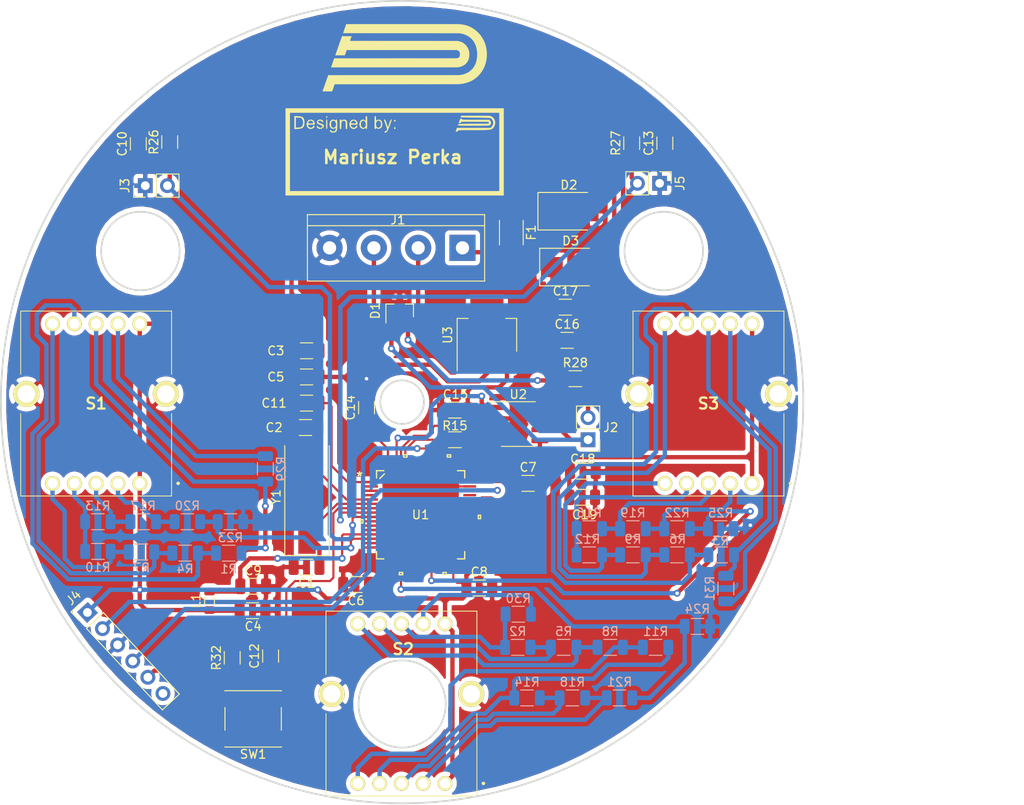
<source format=kicad_pcb>
(kicad_pcb (version 20171130) (host pcbnew "(5.1.2)-1")
  (layers (0 F.Cu signal) (31 B.Cu signal) (34 B.Paste user) (35 F.Paste user) (36 B.SilkS user) (37 F.SilkS user) (38 B.Mask user) (39 F.Mask user) (44 Edge.Cuts user))
  (net 0 "")
  (net 1 "Net-(C1-Pad1)")
  (net 2 "Net-(C2-Pad1)")
  (net 3 "Net-(C9-Pad2)")
  (net 4 "Net-(C10-Pad1)")
  (net 5 "Net-(C13-Pad1)")
  (net 6 +5V)
  (net 7 CANL)
  (net 8 CANH)
  (net 9 VCC)
  (net 10 "Net-(J2-Pad2)")
  (net 11 "Net-(R1-Pad1)")
  (net 12 "Net-(R1-Pad2)")
  (net 13 "Net-(R2-Pad1)")
  (net 14 "Net-(R2-Pad2)")
  (net 15 "Net-(R3-Pad2)")
  (net 16 "Net-(R3-Pad1)")
  (net 17 "Net-(R4-Pad1)")
  (net 18 "Net-(R5-Pad1)")
  (net 19 "Net-(R6-Pad1)")
  (net 20 "Net-(R10-Pad2)")
  (net 21 "Net-(R11-Pad2)")
  (net 22 "Net-(R12-Pad2)")
  (net 23 "Net-(R10-Pad1)")
  (net 24 "Net-(R11-Pad1)")
  (net 25 "Net-(R12-Pad1)")
  (net 26 "Net-(R13-Pad1)")
  (net 27 "Net-(R14-Pad1)")
  (net 28 "Net-(R15-Pad2)")
  (net 29 "Net-(R16-Pad1)")
  (net 30 "Net-(R17-Pad1)")
  (net 31 "Net-(R18-Pad1)")
  (net 32 "Net-(R19-Pad1)")
  (net 33 "Net-(R20-Pad1)")
  (net 34 "Net-(R21-Pad1)")
  (net 35 "Net-(R22-Pad1)")
  (net 36 "Net-(U1-Pad2)")
  (net 37 "Net-(U1-Pad3)")
  (net 38 "Net-(U1-Pad4)")
  (net 39 "Net-(U1-Pad10)")
  (net 40 "Net-(U1-Pad11)")
  (net 41 "Net-(U1-Pad15)")
  (net 42 "Net-(U1-Pad16)")
  (net 43 "Net-(U1-Pad17)")
  (net 44 "Net-(U1-Pad21)")
  (net 45 "Net-(U1-Pad22)")
  (net 46 "Net-(U1-Pad23)")
  (net 47 "Net-(U1-Pad24)")
  (net 48 "Net-(U1-Pad25)")
  (net 49 "Net-(U1-Pad26)")
  (net 50 "Net-(U1-Pad28)")
  (net 51 "Net-(U1-Pad29)")
  (net 52 "Net-(U1-Pad30)")
  (net 53 "Net-(U1-Pad33)")
  (net 54 "Net-(U1-Pad34)")
  (net 55 "Net-(U1-Pad35)")
  (net 56 "Net-(U1-Pad36)")
  (net 57 "Net-(U1-Pad37)")
  (net 58 "Net-(U1-Pad38)")
  (net 59 "Net-(U1-Pad39)")
  (net 60 "Net-(U1-Pad40)")
  (net 61 "Net-(U1-Pad41)")
  (net 62 "Net-(U1-Pad42)")
  (net 63 "Net-(U1-Pad43)")
  (net 64 "Net-(U1-Pad44)")
  (net 65 "Net-(U1-Pad45)")
  (net 66 "Net-(U1-Pad50)")
  (net 67 "Net-(U1-Pad51)")
  (net 68 "Net-(U1-Pad52)")
  (net 69 "Net-(U1-Pad53)")
  (net 70 "Net-(U1-Pad54)")
  (net 71 "Net-(U1-Pad55)")
  (net 72 "Net-(U1-Pad56)")
  (net 73 "Net-(U1-Pad57)")
  (net 74 "Net-(U1-Pad58)")
  (net 75 "Net-(U1-Pad59)")
  (net 76 RX_Can)
  (net 77 TX_Can)
  (net 78 SW_GND)
  (net 79 SW_VDDtarget)
  (net 80 NRST)
  (net 81 SWCLK)
  (net 82 SWDIO)
  (net 83 "Net-(J4-Pad6)")
  (net 84 "Net-(R29-Pad2)")
  (net 85 "Net-(R30-Pad2)")
  (net 86 "Net-(R31-Pad2)")
  (module Logos:SignatureBox25mm (layer F.Cu) (at 145 54.6)
    (fp_text reference G*** hide)
    (fp_text value LOGO hide)
  )
  (module Logos:PUTM_LOGO_22mm (layer F.Cu) (at 145.6 43.6)
    (fp_text reference G*** hide)
    (fp_text value LOGO hide)
  )
  (module Capacitor_SMD:C_1206_3216Metric (layer F.Cu) (at 134.925 102.2 180)
    (fp_text reference C1 (at 0 -1.85) (layer F.SilkS))
    (fp_text value 20pF)
    (pad 1 smd roundrect (at -1.475 0 180) (size 1.15 1.8) (layers F.Cu F.Paste F.Mask) (roundrect_rratio 0.217391) (net 1 "Net-(C1-Pad1)"))
    (pad 2 smd roundrect (at 1.475 0 180) (size 1.15 1.8) (layers F.Cu F.Paste F.Mask) (roundrect_rratio 0.217391) (net 78 SW_GND))
  )
  (module Capacitor_SMD:C_1206_3216Metric (layer F.Cu) (at 134.8 86.2 180)
    (fp_text reference C2 (at 3.6 0) (layer F.SilkS))
    (fp_text value 20pF)
    (pad 2 smd roundrect (at 1.475 0 180) (size 1.15 1.8) (layers F.Cu F.Paste F.Mask) (roundrect_rratio 0.217391) (net 78 SW_GND))
    (pad 1 smd roundrect (at -1.475 0 180) (size 1.15 1.8) (layers F.Cu F.Paste F.Mask) (roundrect_rratio 0.217391) (net 2 "Net-(C2-Pad1)"))
  )
  (module Capacitor_SMD:C_1206_3216Metric (layer F.Cu) (at 128.725 107.2)
    (fp_text reference C4 (at 0.075 1.8) (layer F.SilkS))
    (fp_text value 10nF)
    (pad 1 smd roundrect (at -1.475 0) (size 1.15 1.8) (layers F.Cu F.Paste F.Mask) (roundrect_rratio 0.217391) (net 79 SW_VDDtarget))
    (pad 2 smd roundrect (at 1.475 0) (size 1.15 1.8) (layers F.Cu F.Paste F.Mask) (roundrect_rratio 0.217391) (net 78 SW_GND))
  )
  (module Capacitor_SMD:C_1206_3216Metric (layer F.Cu) (at 134.925 80.4 180)
    (fp_text reference C5 (at 3.525 0) (layer F.SilkS))
    (fp_text value 4,7uF)
    (pad 2 smd roundrect (at 1.475 0 180) (size 1.15 1.8) (layers F.Cu F.Paste F.Mask) (roundrect_rratio 0.217391) (net 78 SW_GND))
    (pad 1 smd roundrect (at -1.475 0 180) (size 1.15 1.8) (layers F.Cu F.Paste F.Mask) (roundrect_rratio 0.217391) (net 79 SW_VDDtarget))
  )
  (module Capacitor_SMD:C_1206_3216Metric (layer F.Cu) (at 140.6 104.2 180)
    (fp_text reference C6 (at 0 -1.85) (layer F.SilkS))
    (fp_text value 100nF)
    (pad 2 smd roundrect (at 1.475 0 180) (size 1.15 1.8) (layers F.Cu F.Paste F.Mask) (roundrect_rratio 0.217391) (net 78 SW_GND))
    (pad 1 smd roundrect (at -1.475 0 180) (size 1.15 1.8) (layers F.Cu F.Paste F.Mask) (roundrect_rratio 0.217391) (net 79 SW_VDDtarget))
  )
  (module Capacitor_SMD:C_1206_3216Metric (layer F.Cu) (at 160.325 92.6)
    (fp_text reference C7 (at 0 -1.85) (layer F.SilkS))
    (fp_text value 100nF)
    (pad 1 smd roundrect (at -1.475 0) (size 1.15 1.8) (layers F.Cu F.Paste F.Mask) (roundrect_rratio 0.217391) (net 79 SW_VDDtarget))
    (pad 2 smd roundrect (at 1.475 0) (size 1.15 1.8) (layers F.Cu F.Paste F.Mask) (roundrect_rratio 0.217391) (net 78 SW_GND))
  )
  (module Capacitor_SMD:C_1206_3216Metric (layer F.Cu) (at 154.725 104.6)
    (fp_text reference C8 (at 0 -1.85) (layer F.SilkS))
    (fp_text value 100nF)
    (pad 2 smd roundrect (at 1.475 0) (size 1.15 1.8) (layers F.Cu F.Paste F.Mask) (roundrect_rratio 0.217391) (net 78 SW_GND))
    (pad 1 smd roundrect (at -1.475 0) (size 1.15 1.8) (layers F.Cu F.Paste F.Mask) (roundrect_rratio 0.217391) (net 79 SW_VDDtarget))
  )
  (module Capacitor_SMD:C_1206_3216Metric (layer F.Cu) (at 128.8 104.4 180)
    (fp_text reference C9 (at 0 1.8) (layer F.SilkS))
    (fp_text value 100nF)
    (pad 1 smd roundrect (at -1.475 0 180) (size 1.15 1.8) (layers F.Cu F.Paste F.Mask) (roundrect_rratio 0.217391) (net 78 SW_GND))
    (pad 2 smd roundrect (at 1.475 0 180) (size 1.15 1.8) (layers F.Cu F.Paste F.Mask) (roundrect_rratio 0.217391) (net 3 "Net-(C9-Pad2)"))
  )
  (module Capacitor_SMD:C_1206_3216Metric (layer F.Cu) (at 115.6336 53.6684 90)
    (fp_text reference C10 (at 0 -1.85 90) (layer F.SilkS))
    (fp_text value 100nF)
    (pad 2 smd roundrect (at 1.475 0 90) (size 1.15 1.8) (layers F.Cu F.Paste F.Mask) (roundrect_rratio 0.217391) (net 78 SW_GND))
    (pad 1 smd roundrect (at -1.475 0 90) (size 1.15 1.8) (layers F.Cu F.Paste F.Mask) (roundrect_rratio 0.217391) (net 4 "Net-(C10-Pad1)"))
  )
  (module Capacitor_SMD:C_1206_3216Metric (layer F.Cu) (at 134.925 83.4)
    (fp_text reference C11 (at -3.725 0) (layer F.SilkS))
    (fp_text value 100nF)
    (pad 1 smd roundrect (at -1.475 0) (size 1.15 1.8) (layers F.Cu F.Paste F.Mask) (roundrect_rratio 0.217391) (net 78 SW_GND))
    (pad 2 smd roundrect (at 1.475 0) (size 1.15 1.8) (layers F.Cu F.Paste F.Mask) (roundrect_rratio 0.217391) (net 79 SW_VDDtarget))
  )
  (module Capacitor_SMD:C_1206_3216Metric (layer F.Cu) (at 130.8 112.4 90)
    (fp_text reference C12 (at 0 -1.85 90) (layer F.SilkS))
    (fp_text value 0.1uF)
    (pad 2 smd roundrect (at 1.475 0 90) (size 1.15 1.8) (layers F.Cu F.Paste F.Mask) (roundrect_rratio 0.217391) (net 78 SW_GND))
    (pad 1 smd roundrect (at -1.475 0 90) (size 1.15 1.8) (layers F.Cu F.Paste F.Mask) (roundrect_rratio 0.217391) (net 80 NRST))
  )
  (module Capacitor_SMD:C_1206_3216Metric (layer F.Cu) (at 176 53.6 90)
    (fp_text reference C13 (at 0 -1.85 90) (layer F.SilkS))
    (fp_text value 100nF)
    (pad 2 smd roundrect (at 1.475 0 90) (size 1.15 1.8) (layers F.Cu F.Paste F.Mask) (roundrect_rratio 0.217391) (net 78 SW_GND))
    (pad 1 smd roundrect (at -1.475 0 90) (size 1.15 1.8) (layers F.Cu F.Paste F.Mask) (roundrect_rratio 0.217391) (net 5 "Net-(C13-Pad1)"))
  )
  (module Capacitor_SMD:C_1206_3216Metric (layer F.Cu) (at 141.8 83.925 90)
    (fp_text reference C14 (at 0 -1.85 90) (layer F.SilkS))
    (fp_text value 100nF)
    (pad 2 smd roundrect (at 1.475 0 90) (size 1.15 1.8) (layers F.Cu F.Paste F.Mask) (roundrect_rratio 0.217391) (net 78 SW_GND))
    (pad 1 smd roundrect (at -1.475 0 90) (size 1.15 1.8) (layers F.Cu F.Paste F.Mask) (roundrect_rratio 0.217391) (net 79 SW_VDDtarget))
  )
  (module Capacitor_SMD:C_1206_3216Metric (layer F.Cu) (at 151.925 84.2 180)
    (fp_text reference C15 (at -0.075 1.8) (layer F.SilkS))
    (fp_text value 100nF)
    (pad 1 smd roundrect (at -1.475 0 180) (size 1.15 1.8) (layers F.Cu F.Paste F.Mask) (roundrect_rratio 0.217391) (net 6 +5V))
    (pad 2 smd roundrect (at 1.475 0 180) (size 1.15 1.8) (layers F.Cu F.Paste F.Mask) (roundrect_rratio 0.217391) (net 78 SW_GND))
  )
  (module Capacitor_SMD:C_1206_3216Metric (layer F.Cu) (at 164.8 76.2)
    (fp_text reference C16 (at 0 -1.85) (layer F.SilkS))
    (fp_text value 1uF)
    (pad 2 smd roundrect (at 1.475 0) (size 1.15 1.8) (layers F.Cu F.Paste F.Mask) (roundrect_rratio 0.217391) (net 78 SW_GND))
    (pad 1 smd roundrect (at -1.475 0) (size 1.15 1.8) (layers F.Cu F.Paste F.Mask) (roundrect_rratio 0.217391) (net 6 +5V))
  )
  (module Capacitor_SMD:C_1206_3216Metric (layer F.Cu) (at 164.6 72.4)
    (fp_text reference C17 (at 0 -1.85) (layer F.SilkS))
    (fp_text value 100nF)
    (pad 1 smd roundrect (at -1.475 0) (size 1.15 1.8) (layers F.Cu F.Paste F.Mask) (roundrect_rratio 0.217391) (net 6 +5V))
    (pad 2 smd roundrect (at 1.475 0) (size 1.15 1.8) (layers F.Cu F.Paste F.Mask) (roundrect_rratio 0.217391) (net 78 SW_GND))
  )
  (module Capacitor_SMD:C_1206_3216Metric (layer F.Cu) (at 166.6 91.2)
    (fp_text reference C18 (at 0 -1.4) (layer F.SilkS))
    (fp_text value 100nF)
    (pad 1 smd roundrect (at -1.475 0) (size 1.15 1.8) (layers F.Cu F.Paste F.Mask) (roundrect_rratio 0.217391) (net 79 SW_VDDtarget))
    (pad 2 smd roundrect (at 1.475 0) (size 1.15 1.8) (layers F.Cu F.Paste F.Mask) (roundrect_rratio 0.217391) (net 78 SW_GND))
  )
  (module Capacitor_SMD:C_1206_3216Metric (layer F.Cu) (at 166.525 94.2)
    (fp_text reference C19 (at 0.275 2) (layer F.SilkS))
    (fp_text value 1uF)
    (pad 1 smd roundrect (at -1.475 0) (size 1.15 1.8) (layers F.Cu F.Paste F.Mask) (roundrect_rratio 0.217391) (net 79 SW_VDDtarget))
    (pad 2 smd roundrect (at 1.475 0) (size 1.15 1.8) (layers F.Cu F.Paste F.Mask) (roundrect_rratio 0.217391) (net 78 SW_GND))
  )
  (module Package_TO_SOT_SMD:SOT-23 (layer F.Cu) (at 145.6 72.8 90)
    (fp_text reference D1 (at 0 -2.8 90) (layer F.SilkS))
    (fp_text value D_TVS_x2_AAC)
    (pad 1 smd rect (at -1 -0.95 90) (size 0.9 0.8) (layers F.Cu F.Paste F.Mask) (net 7 CANL))
    (pad 2 smd rect (at -1 0.95 90) (size 0.9 0.8) (layers F.Cu F.Paste F.Mask) (net 8 CANH))
    (pad 3 smd rect (at 1 0 90) (size 0.9 0.8) (layers F.Cu F.Paste F.Mask) (net 78 SW_GND))
  )
  (module Diode_SMD:D_SMB (layer F.Cu) (at 165 61.4)
    (fp_text reference D2 (at 0 -3) (layer F.SilkS))
    (fp_text value D_Schottky)
    (pad 2 smd rect (at 2.15 0) (size 2.5 2.3) (layers F.Cu F.Paste F.Mask) (net 78 SW_GND))
    (pad 1 smd rect (at -2.15 0) (size 2.5 2.3) (layers F.Cu F.Paste F.Mask) (net 6 +5V))
  )
  (module Fuse:Fuse_2010_5025Metric (layer F.Cu) (at 158.4 63.85 270)
    (fp_text reference F1 (at 0 -2.28 90) (layer F.SilkS))
    (fp_text value Fuse)
    (pad 2 smd roundrect (at 2.25 0 270) (size 1.35 2.65) (layers F.Cu F.Paste F.Mask) (roundrect_rratio 0.185185) (net 9 VCC))
    (pad 1 smd roundrect (at -2.25 0 270) (size 1.35 2.65) (layers F.Cu F.Paste F.Mask) (roundrect_rratio 0.185185) (net 6 +5V))
  )
  (module TerminalBlock:TerminalBlock_bornier-4_P5.08mm (layer F.Cu) (at 152.8 65.6 180)
    (fp_text reference J1 (at 7.4 3.2) (layer F.SilkS))
    (fp_text value Conn_01x04_Male)
    (pad 2 thru_hole circle (at 5.08 0 180) (size 3 3) (drill 1.52) (layers *.Cu *.Mask) (net 8 CANH))
    (pad 3 thru_hole circle (at 10.16 0 180) (size 3 3) (drill 1.52) (layers *.Cu *.Mask) (net 7 CANL))
    (pad 1 thru_hole rect (at 0 0 180) (size 3 3) (drill 1.52) (layers *.Cu *.Mask) (net 9 VCC))
    (pad 4 thru_hole circle (at 15.24 0 180) (size 3 3) (drill 1.52) (layers *.Cu *.Mask) (net 78 SW_GND))
  )
  (module Connector_PinHeader_2.54mm:PinHeader_1x02_P2.54mm_Vertical (layer F.Cu) (at 167.2 87.6 180)
    (fp_text reference J2 (at -2.6 1.4) (layer F.SilkS))
    (fp_text value Conn_01x02_Male)
    (pad 1 thru_hole rect (at 0 0 180) (size 1.7 1.7) (drill 1) (layers *.Cu *.Mask) (net 7 CANL))
    (pad 2 thru_hole oval (at 0 2.54 180) (size 1.7 1.7) (drill 1) (layers *.Cu *.Mask) (net 10 "Net-(J2-Pad2)"))
  )
  (module Inductor_SMD:L_0805_2012Metric (layer F.Cu) (at 123.8 106.0625 90)
    (fp_text reference L1 (at 0 -1.55 90) (layer F.SilkS))
    (fp_text value 10uH)
    (pad 1 smd roundrect (at -1.0625 0 90) (size 0.875 1.2) (layers F.Cu F.Paste F.Mask) (net 79 SW_VDDtarget))
    (pad 2 smd roundrect (at 1.0625 0 90) (size 0.875 1.2) (layers F.Cu F.Paste F.Mask) (net 3 "Net-(C9-Pad2)"))
  )
  (module Resistor_SMD:R_1206_3216Metric (layer B.Cu) (at 126 100.6)
    (fp_text reference R1 (at 0 1.82) (layer B.SilkS) (effects (justify mirror)))
    (fp_text value 2k2)
    (pad 1 smd roundrect (at -1.4625 0) (size 1.125 1.75) (layers B.Cu B.Paste B.Mask) (roundrect_rratio 0.222222) (net 11 "Net-(R1-Pad1)"))
    (pad 2 smd roundrect (at 1.4625 0) (size 1.125 1.75) (layers B.Cu B.Paste B.Mask) (roundrect_rratio 0.222222) (net 12 "Net-(R1-Pad2)"))
  )
  (module Resistor_SMD:R_1206_3216Metric (layer B.Cu) (at 159.1375 111.4 180)
    (fp_text reference R2 (at 0 1.82) (layer B.SilkS) (effects (justify mirror)))
    (fp_text value 2k2)
    (pad 1 smd roundrect (at -1.4625 0 180) (size 1.125 1.75) (layers B.Cu B.Paste B.Mask) (roundrect_rratio 0.222222) (net 13 "Net-(R2-Pad1)"))
    (pad 2 smd roundrect (at 1.4625 0 180) (size 1.125 1.75) (layers B.Cu B.Paste B.Mask) (roundrect_rratio 0.222222) (net 14 "Net-(R2-Pad2)"))
  )
  (module Resistor_SMD:R_1206_3216Metric (layer B.Cu) (at 182.4625 100.8)
    (fp_text reference R3 (at -0.0625 -1.6) (layer B.SilkS) (effects (justify mirror)))
    (fp_text value 2k2)
    (pad 2 smd roundrect (at 1.4625 0) (size 1.125 1.75) (layers B.Cu B.Paste B.Mask) (roundrect_rratio 0.222222) (net 15 "Net-(R3-Pad2)"))
    (pad 1 smd roundrect (at -1.4625 0) (size 1.125 1.75) (layers B.Cu B.Paste B.Mask) (roundrect_rratio 0.222222) (net 16 "Net-(R3-Pad1)"))
  )
  (module Resistor_SMD:R_1206_3216Metric (layer B.Cu) (at 121 100.6)
    (fp_text reference R4 (at 0 1.82) (layer B.SilkS) (effects (justify mirror)))
    (fp_text value 910R)
    (pad 2 smd roundrect (at 1.4625 0) (size 1.125 1.75) (layers B.Cu B.Paste B.Mask) (roundrect_rratio 0.222222) (net 11 "Net-(R1-Pad1)"))
    (pad 1 smd roundrect (at -1.4625 0) (size 1.125 1.75) (layers B.Cu B.Paste B.Mask) (roundrect_rratio 0.222222) (net 17 "Net-(R4-Pad1)"))
  )
  (module Resistor_SMD:R_1206_3216Metric (layer B.Cu) (at 164.4 111.4 180)
    (fp_text reference R5 (at 0 1.82) (layer B.SilkS) (effects (justify mirror)))
    (fp_text value 910R)
    (pad 2 smd roundrect (at 1.4625 0 180) (size 1.125 1.75) (layers B.Cu B.Paste B.Mask) (roundrect_rratio 0.222222) (net 13 "Net-(R2-Pad1)"))
    (pad 1 smd roundrect (at -1.4625 0 180) (size 1.125 1.75) (layers B.Cu B.Paste B.Mask) (roundrect_rratio 0.222222) (net 18 "Net-(R5-Pad1)"))
  )
  (module Resistor_SMD:R_1206_3216Metric (layer B.Cu) (at 177.4 100.8)
    (fp_text reference R6 (at 0.0625 -1.8) (layer B.SilkS) (effects (justify mirror)))
    (fp_text value 910R)
    (pad 1 smd roundrect (at -1.4625 0) (size 1.125 1.75) (layers B.Cu B.Paste B.Mask) (roundrect_rratio 0.222222) (net 19 "Net-(R6-Pad1)"))
    (pad 2 smd roundrect (at 1.4625 0) (size 1.125 1.75) (layers B.Cu B.Paste B.Mask) (roundrect_rratio 0.222222) (net 16 "Net-(R3-Pad1)"))
  )
  (module Resistor_SMD:R_1206_3216Metric (layer B.Cu) (at 116 100.464999)
    (fp_text reference R7 (at 0 1.82) (layer B.SilkS) (effects (justify mirror)))
    (fp_text value 510R)
    (pad 1 smd roundrect (at -1.4625 0) (size 1.125 1.75) (layers B.Cu B.Paste B.Mask) (roundrect_rratio 0.222222) (net 20 "Net-(R10-Pad2)"))
    (pad 2 smd roundrect (at 1.4625 0) (size 1.125 1.75) (layers B.Cu B.Paste B.Mask) (roundrect_rratio 0.222222) (net 17 "Net-(R4-Pad1)"))
  )
  (module Resistor_SMD:R_1206_3216Metric (layer B.Cu) (at 169.7375 111.4 180)
    (fp_text reference R8 (at 0 1.82) (layer B.SilkS) (effects (justify mirror)))
    (fp_text value 510R)
    (pad 1 smd roundrect (at -1.4625 0 180) (size 1.125 1.75) (layers B.Cu B.Paste B.Mask) (roundrect_rratio 0.222222) (net 21 "Net-(R11-Pad2)"))
    (pad 2 smd roundrect (at 1.4625 0 180) (size 1.125 1.75) (layers B.Cu B.Paste B.Mask) (roundrect_rratio 0.222222) (net 18 "Net-(R5-Pad1)"))
  )
  (module Resistor_SMD:R_1206_3216Metric (layer B.Cu) (at 172.3375 100.8)
    (fp_text reference R9 (at 0 -1.8) (layer B.SilkS) (effects (justify mirror)))
    (fp_text value 510R)
    (pad 2 smd roundrect (at 1.4625 0) (size 1.125 1.75) (layers B.Cu B.Paste B.Mask) (roundrect_rratio 0.222222) (net 19 "Net-(R6-Pad1)"))
    (pad 1 smd roundrect (at -1.4625 0) (size 1.125 1.75) (layers B.Cu B.Paste B.Mask) (roundrect_rratio 0.222222) (net 22 "Net-(R12-Pad2)"))
  )
  (module Resistor_SMD:R_1206_3216Metric (layer B.Cu) (at 111 100.4)
    (fp_text reference R10 (at 0 1.82) (layer B.SilkS) (effects (justify mirror)))
    (fp_text value 330R)
    (pad 2 smd roundrect (at 1.4625 0) (size 1.125 1.75) (layers B.Cu B.Paste B.Mask) (roundrect_rratio 0.222222) (net 20 "Net-(R10-Pad2)"))
    (pad 1 smd roundrect (at -1.4625 0) (size 1.125 1.75) (layers B.Cu B.Paste B.Mask) (roundrect_rratio 0.222222) (net 23 "Net-(R10-Pad1)"))
  )
  (module Resistor_SMD:R_1206_3216Metric (layer B.Cu) (at 174.9375 111.4 180)
    (fp_text reference R11 (at 0 1.82) (layer B.SilkS) (effects (justify mirror)))
    (fp_text value 330R)
    (pad 2 smd roundrect (at 1.4625 0 180) (size 1.125 1.75) (layers B.Cu B.Paste B.Mask) (roundrect_rratio 0.222222) (net 21 "Net-(R11-Pad2)"))
    (pad 1 smd roundrect (at -1.4625 0 180) (size 1.125 1.75) (layers B.Cu B.Paste B.Mask) (roundrect_rratio 0.222222) (net 24 "Net-(R11-Pad1)"))
  )
  (module Resistor_SMD:R_1206_3216Metric (layer B.Cu) (at 167.3375 100.8)
    (fp_text reference R12 (at -0.2 -1.8) (layer B.SilkS) (effects (justify mirror)))
    (fp_text value 330R)
    (pad 1 smd roundrect (at -1.4625 0) (size 1.125 1.75) (layers B.Cu B.Paste B.Mask) (roundrect_rratio 0.222222) (net 25 "Net-(R12-Pad1)"))
    (pad 2 smd roundrect (at 1.4625 0) (size 1.125 1.75) (layers B.Cu B.Paste B.Mask) (roundrect_rratio 0.222222) (net 22 "Net-(R12-Pad2)"))
  )
  (module Resistor_SMD:R_1206_3216Metric (layer B.Cu) (at 111 97 180)
    (fp_text reference R13 (at 0 1.82) (layer B.SilkS) (effects (justify mirror)))
    (fp_text value 220R)
    (pad 1 smd roundrect (at -1.4625 0 180) (size 1.125 1.75) (layers B.Cu B.Paste B.Mask) (roundrect_rratio 0.222222) (net 26 "Net-(R13-Pad1)"))
    (pad 2 smd roundrect (at 1.4625 0 180) (size 1.125 1.75) (layers B.Cu B.Paste B.Mask) (roundrect_rratio 0.222222) (net 23 "Net-(R10-Pad1)"))
  )
  (module Resistor_SMD:R_1206_3216Metric (layer B.Cu) (at 160.2 117.2 180)
    (fp_text reference R14 (at 0 1.82) (layer B.SilkS) (effects (justify mirror)))
    (fp_text value 220R)
    (pad 1 smd roundrect (at -1.4625 0 180) (size 1.125 1.75) (layers B.Cu B.Paste B.Mask) (roundrect_rratio 0.222222) (net 27 "Net-(R14-Pad1)"))
    (pad 2 smd roundrect (at 1.4625 0 180) (size 1.125 1.75) (layers B.Cu B.Paste B.Mask) (roundrect_rratio 0.222222) (net 24 "Net-(R11-Pad1)"))
  )
  (module Resistor_SMD:R_1206_3216Metric (layer F.Cu) (at 151.9375 87.6 180)
    (fp_text reference R15 (at 0 1.6) (layer F.SilkS))
    (fp_text value 100k)
    (pad 2 smd roundrect (at 1.4625 0 180) (size 1.125 1.75) (layers F.Cu F.Paste F.Mask) (roundrect_rratio 0.222222) (net 28 "Net-(R15-Pad2)"))
    (pad 1 smd roundrect (at -1.4625 0 180) (size 1.125 1.75) (layers F.Cu F.Paste F.Mask) (roundrect_rratio 0.222222) (net 78 SW_GND))
  )
  (module Resistor_SMD:R_1206_3216Metric (layer B.Cu) (at 167.3375 97.8 180)
    (fp_text reference R16 (at 0 1.82) (layer B.SilkS) (effects (justify mirror)))
    (fp_text value 220R)
    (pad 2 smd roundrect (at 1.4625 0 180) (size 1.125 1.75) (layers B.Cu B.Paste B.Mask) (roundrect_rratio 0.222222) (net 25 "Net-(R12-Pad1)"))
    (pad 1 smd roundrect (at -1.4625 0 180) (size 1.125 1.75) (layers B.Cu B.Paste B.Mask) (roundrect_rratio 0.222222) (net 29 "Net-(R16-Pad1)"))
  )
  (module Resistor_SMD:R_1206_3216Metric (layer B.Cu) (at 116.2 97 180)
    (fp_text reference R17 (at 0 1.82) (layer B.SilkS) (effects (justify mirror)))
    (fp_text value 170R)
    (pad 2 smd roundrect (at 1.4625 0 180) (size 1.125 1.75) (layers B.Cu B.Paste B.Mask) (roundrect_rratio 0.222222) (net 26 "Net-(R13-Pad1)"))
    (pad 1 smd roundrect (at -1.4625 0 180) (size 1.125 1.75) (layers B.Cu B.Paste B.Mask) (roundrect_rratio 0.222222) (net 30 "Net-(R17-Pad1)"))
  )
  (module Resistor_SMD:R_1206_3216Metric (layer B.Cu) (at 165.4 117.2 180)
    (fp_text reference R18 (at 0 1.82) (layer B.SilkS) (effects (justify mirror)))
    (fp_text value 170R)
    (pad 2 smd roundrect (at 1.4625 0 180) (size 1.125 1.75) (layers B.Cu B.Paste B.Mask) (roundrect_rratio 0.222222) (net 27 "Net-(R14-Pad1)"))
    (pad 1 smd roundrect (at -1.4625 0 180) (size 1.125 1.75) (layers B.Cu B.Paste B.Mask) (roundrect_rratio 0.222222) (net 31 "Net-(R18-Pad1)"))
  )
  (module Resistor_SMD:R_1206_3216Metric (layer B.Cu) (at 172.3375 97.8 180)
    (fp_text reference R19 (at 0 1.82) (layer B.SilkS) (effects (justify mirror)))
    (fp_text value 170R)
    (pad 1 smd roundrect (at -1.4625 0 180) (size 1.125 1.75) (layers B.Cu B.Paste B.Mask) (roundrect_rratio 0.222222) (net 32 "Net-(R19-Pad1)"))
    (pad 2 smd roundrect (at 1.4625 0 180) (size 1.125 1.75) (layers B.Cu B.Paste B.Mask) (roundrect_rratio 0.222222) (net 29 "Net-(R16-Pad1)"))
  )
  (module Resistor_SMD:R_1206_3216Metric (layer B.Cu) (at 121.2625 97 180)
    (fp_text reference R20 (at 0 1.82) (layer B.SilkS) (effects (justify mirror)))
    (fp_text value 100R)
    (pad 1 smd roundrect (at -1.4625 0 180) (size 1.125 1.75) (layers B.Cu B.Paste B.Mask) (roundrect_rratio 0.222222) (net 33 "Net-(R20-Pad1)"))
    (pad 2 smd roundrect (at 1.4625 0 180) (size 1.125 1.75) (layers B.Cu B.Paste B.Mask) (roundrect_rratio 0.222222) (net 30 "Net-(R17-Pad1)"))
  )
  (module Resistor_SMD:R_1206_3216Metric (layer B.Cu) (at 170.8 117.2 180)
    (fp_text reference R21 (at 0 1.82) (layer B.SilkS) (effects (justify mirror)))
    (fp_text value 100R)
    (pad 1 smd roundrect (at -1.4625 0 180) (size 1.125 1.75) (layers B.Cu B.Paste B.Mask) (roundrect_rratio 0.222222) (net 34 "Net-(R21-Pad1)"))
    (pad 2 smd roundrect (at 1.4625 0 180) (size 1.125 1.75) (layers B.Cu B.Paste B.Mask) (roundrect_rratio 0.222222) (net 31 "Net-(R18-Pad1)"))
  )
  (module Resistor_SMD:R_1206_3216Metric (layer B.Cu) (at 177.4 97.8 180)
    (fp_text reference R22 (at 0 1.82) (layer B.SilkS) (effects (justify mirror)))
    (fp_text value 100R)
    (pad 2 smd roundrect (at 1.4625 0 180) (size 1.125 1.75) (layers B.Cu B.Paste B.Mask) (roundrect_rratio 0.222222) (net 32 "Net-(R19-Pad1)"))
    (pad 1 smd roundrect (at -1.4625 0 180) (size 1.125 1.75) (layers B.Cu B.Paste B.Mask) (roundrect_rratio 0.222222) (net 35 "Net-(R22-Pad1)"))
  )
  (module Resistor_SMD:R_1206_3216Metric (layer B.Cu) (at 126.2 97)
    (fp_text reference R23 (at 0 1.82) (layer B.SilkS) (effects (justify mirror)))
    (fp_text value 1k)
    (pad 2 smd roundrect (at 1.4625 0) (size 1.125 1.75) (layers B.Cu B.Paste B.Mask) (roundrect_rratio 0.222222) (net 78 SW_GND))
    (pad 1 smd roundrect (at -1.4625 0) (size 1.125 1.75) (layers B.Cu B.Paste B.Mask) (roundrect_rratio 0.222222) (net 33 "Net-(R20-Pad1)"))
  )
  (module Resistor_SMD:R_1206_3216Metric (layer B.Cu) (at 179.7375 109)
    (fp_text reference R24 (at 0 -2) (layer B.SilkS) (effects (justify mirror)))
    (fp_text value 1k)
    (pad 2 smd roundrect (at 1.4625 0) (size 1.125 1.75) (layers B.Cu B.Paste B.Mask) (roundrect_rratio 0.222222) (net 78 SW_GND))
    (pad 1 smd roundrect (at -1.4625 0) (size 1.125 1.75) (layers B.Cu B.Paste B.Mask) (roundrect_rratio 0.222222) (net 34 "Net-(R21-Pad1)"))
  )
  (module Resistor_SMD:R_1206_3216Metric (layer B.Cu) (at 182.4 97.8)
    (fp_text reference R25 (at 0 -1.8) (layer B.SilkS) (effects (justify mirror)))
    (fp_text value 1k)
    (pad 1 smd roundrect (at -1.4625 0) (size 1.125 1.75) (layers B.Cu B.Paste B.Mask) (roundrect_rratio 0.222222) (net 35 "Net-(R22-Pad1)"))
    (pad 2 smd roundrect (at 1.4625 0) (size 1.125 1.75) (layers B.Cu B.Paste B.Mask) (roundrect_rratio 0.222222) (net 78 SW_GND))
  )
  (module Resistor_SMD:R_1206_3216Metric (layer F.Cu) (at 119.2336 53.4684 90)
    (fp_text reference R26 (at 0 -1.82 90) (layer F.SilkS))
    (fp_text value 10k)
    (pad 1 smd roundrect (at -1.4625 0 90) (size 1.125 1.75) (layers F.Cu F.Paste F.Mask) (roundrect_rratio 0.222222) (net 4 "Net-(C10-Pad1)"))
    (pad 2 smd roundrect (at 1.4625 0 90) (size 1.125 1.75) (layers F.Cu F.Paste F.Mask) (roundrect_rratio 0.222222) (net 79 SW_VDDtarget))
  )
  (module Resistor_SMD:R_1206_3216Metric (layer F.Cu) (at 172.2 53.6 90)
    (fp_text reference R27 (at 0 -1.82 90) (layer F.SilkS))
    (fp_text value 10k)
    (pad 2 smd roundrect (at 1.4625 0 90) (size 1.125 1.75) (layers F.Cu F.Paste F.Mask) (roundrect_rratio 0.222222) (net 79 SW_VDDtarget))
    (pad 1 smd roundrect (at -1.4625 0 90) (size 1.125 1.75) (layers F.Cu F.Paste F.Mask) (roundrect_rratio 0.222222) (net 5 "Net-(C13-Pad1)"))
  )
  (module Resistor_SMD:R_1206_3216Metric (layer F.Cu) (at 165.7375 80.6)
    (fp_text reference R28 (at 0 -1.82) (layer F.SilkS))
    (fp_text value 120R)
    (pad 1 smd roundrect (at -1.4625 0) (size 1.125 1.75) (layers F.Cu F.Paste F.Mask) (roundrect_rratio 0.222222) (net 8 CANH))
    (pad 2 smd roundrect (at 1.4625 0) (size 1.125 1.75) (layers F.Cu F.Paste F.Mask) (roundrect_rratio 0.222222) (net 10 "Net-(J2-Pad2)"))
  )
  (module SR17A1815F89N:SR17A1815F89N (layer F.Cu) (at 115.8 92.6)
    (fp_text reference S1 (at -5 -9.15) (layer F.SilkS) (effects (font (size 1.27 1.27) (thickness 0.254))))
    (fp_text value SR17A1815F89N hide)
    (pad MH2 thru_hole circle (at -13 -10.25 90) (size 3 3) (drill 2) (layers *.Cu *.Mask F.SilkS) (net 78 SW_GND))
    (pad MH1 thru_hole circle (at 3 -10.25 90) (size 3 3) (drill 2) (layers *.Cu *.Mask F.SilkS) (net 78 SW_GND))
    (pad 10 thru_hole circle (at 0 -18.3 90) (size 1.7 1.7) (drill 1.2) (layers *.Cu *.Mask F.SilkS) (net 79 SW_VDDtarget))
    (pad 9 thru_hole circle (at -2.5 -18.3 90) (size 1.7 1.7) (drill 1.2) (layers *.Cu *.Mask F.SilkS) (net 84 "Net-(R29-Pad2)"))
    (pad 8 thru_hole circle (at -5 -18.3 90) (size 1.7 1.7) (drill 1.2) (layers *.Cu *.Mask F.SilkS) (net 12 "Net-(R1-Pad2)"))
    (pad 7 thru_hole circle (at -7.5 -18.3 90) (size 1.7 1.7) (drill 1.2) (layers *.Cu *.Mask F.SilkS) (net 11 "Net-(R1-Pad1)"))
    (pad 6 thru_hole circle (at -10 -18.3 90) (size 1.7 1.7) (drill 1.2) (layers *.Cu *.Mask F.SilkS) (net 17 "Net-(R4-Pad1)"))
    (pad 5 thru_hole circle (at -10 0 90) (size 1.7 1.7) (drill 1.2) (layers *.Cu *.Mask F.SilkS) (net 20 "Net-(R10-Pad2)"))
    (pad 4 thru_hole circle (at -7.5 0 90) (size 1.7 1.7) (drill 1.2) (layers *.Cu *.Mask F.SilkS) (net 23 "Net-(R10-Pad1)"))
    (pad 3 thru_hole circle (at -5 0 90) (size 1.7 1.7) (drill 1.2) (layers *.Cu *.Mask F.SilkS) (net 26 "Net-(R13-Pad1)"))
    (pad 2 thru_hole circle (at -2.5 0 90) (size 1.7 1.7) (drill 1.2) (layers *.Cu *.Mask F.SilkS) (net 30 "Net-(R17-Pad1)"))
    (pad 1 thru_hole circle (at 0 0 90) (size 1.7 1.7) (drill 1.2) (layers *.Cu *.Mask F.SilkS) (net 79 SW_VDDtarget))
  )
  (module SR17A1815F89N:SR17A1815F89N (layer F.Cu) (at 150.8 127)
    (fp_text reference S2 (at -4.8 -15.4) (layer F.SilkS) (effects (font (size 1.27 1.27) (thickness 0.254))))
    (fp_text value SR17A1815F89N hide)
    (pad 1 thru_hole circle (at 0 0 90) (size 1.7 1.7) (drill 1.2) (layers *.Cu *.Mask F.SilkS) (net 79 SW_VDDtarget))
    (pad 2 thru_hole circle (at -2.5 0 90) (size 1.7 1.7) (drill 1.2) (layers *.Cu *.Mask F.SilkS) (net 31 "Net-(R18-Pad1)"))
    (pad 3 thru_hole circle (at -5 0 90) (size 1.7 1.7) (drill 1.2) (layers *.Cu *.Mask F.SilkS) (net 27 "Net-(R14-Pad1)"))
    (pad 4 thru_hole circle (at -7.5 0 90) (size 1.7 1.7) (drill 1.2) (layers *.Cu *.Mask F.SilkS) (net 24 "Net-(R11-Pad1)"))
    (pad 5 thru_hole circle (at -10 0 90) (size 1.7 1.7) (drill 1.2) (layers *.Cu *.Mask F.SilkS) (net 21 "Net-(R11-Pad2)"))
    (pad 6 thru_hole circle (at -10 -18.3 90) (size 1.7 1.7) (drill 1.2) (layers *.Cu *.Mask F.SilkS) (net 18 "Net-(R5-Pad1)"))
    (pad 7 thru_hole circle (at -7.5 -18.3 90) (size 1.7 1.7) (drill 1.2) (layers *.Cu *.Mask F.SilkS) (net 13 "Net-(R2-Pad1)"))
    (pad 8 thru_hole circle (at -5 -18.3 90) (size 1.7 1.7) (drill 1.2) (layers *.Cu *.Mask F.SilkS) (net 14 "Net-(R2-Pad2)"))
    (pad 9 thru_hole circle (at -2.5 -18.3 90) (size 1.7 1.7) (drill 1.2) (layers *.Cu *.Mask F.SilkS) (net 85 "Net-(R30-Pad2)"))
    (pad 10 thru_hole circle (at 0 -18.3 90) (size 1.7 1.7) (drill 1.2) (layers *.Cu *.Mask F.SilkS) (net 79 SW_VDDtarget))
    (pad MH1 thru_hole circle (at 3 -10.25 90) (size 3 3) (drill 2) (layers *.Cu *.Mask F.SilkS) (net 78 SW_GND))
    (pad MH2 thru_hole circle (at -13 -10.25 90) (size 3 3) (drill 2) (layers *.Cu *.Mask F.SilkS) (net 78 SW_GND))
  )
  (module SR17A1815F89N:SR17A1815F89N (layer F.Cu) (at 186 92.6)
    (fp_text reference S3 (at -5 -9.15) (layer F.SilkS) (effects (font (size 1.27 1.27) (thickness 0.254))))
    (fp_text value SR17A1815F89N hide)
    (pad 1 thru_hole circle (at 0 0 90) (size 1.7 1.7) (drill 1.2) (layers *.Cu *.Mask F.SilkS) (net 79 SW_VDDtarget))
    (pad 2 thru_hole circle (at -2.5 0 90) (size 1.7 1.7) (drill 1.2) (layers *.Cu *.Mask F.SilkS) (net 32 "Net-(R19-Pad1)"))
    (pad 3 thru_hole circle (at -5 0 90) (size 1.7 1.7) (drill 1.2) (layers *.Cu *.Mask F.SilkS) (net 29 "Net-(R16-Pad1)"))
    (pad 4 thru_hole circle (at -7.5 0 90) (size 1.7 1.7) (drill 1.2) (layers *.Cu *.Mask F.SilkS) (net 25 "Net-(R12-Pad1)"))
    (pad 5 thru_hole circle (at -10 0 90) (size 1.7 1.7) (drill 1.2) (layers *.Cu *.Mask F.SilkS) (net 22 "Net-(R12-Pad2)"))
    (pad 6 thru_hole circle (at -10 -18.3 90) (size 1.7 1.7) (drill 1.2) (layers *.Cu *.Mask F.SilkS) (net 19 "Net-(R6-Pad1)"))
    (pad 7 thru_hole circle (at -7.5 -18.3 90) (size 1.7 1.7) (drill 1.2) (layers *.Cu *.Mask F.SilkS) (net 16 "Net-(R3-Pad1)"))
    (pad 8 thru_hole circle (at -5 -18.3 90) (size 1.7 1.7) (drill 1.2) (layers *.Cu *.Mask F.SilkS) (net 15 "Net-(R3-Pad2)"))
    (pad 9 thru_hole circle (at -2.5 -18.3 90) (size 1.7 1.7) (drill 1.2) (layers *.Cu *.Mask F.SilkS) (net 86 "Net-(R31-Pad2)"))
    (pad 10 thru_hole circle (at 0 -18.3 90) (size 1.7 1.7) (drill 1.2) (layers *.Cu *.Mask F.SilkS) (net 79 SW_VDDtarget))
    (pad MH1 thru_hole circle (at 3 -10.25 90) (size 3 3) (drill 2) (layers *.Cu *.Mask F.SilkS) (net 78 SW_GND))
    (pad MH2 thru_hole circle (at -13 -10.25 90) (size 3 3) (drill 2) (layers *.Cu *.Mask F.SilkS) (net 78 SW_GND))
  )
  (module Button_Switch_SMD:SW_Push_1P1T_NO_6x6mm_H9.5mm (layer F.Cu) (at 128.8 119.6 180)
    (fp_text reference SW1 (at 0 -4.05) (layer F.SilkS))
    (fp_text value SW_Push)
    (pad 2 smd rect (at -3.975 2.25 180) (size 1.55 1.3) (layers F.Cu F.Paste F.Mask) (net 80 NRST))
    (pad 1 smd rect (at -3.975 -2.25 180) (size 1.55 1.3) (layers F.Cu F.Paste F.Mask) (net 78 SW_GND))
    (pad 1 smd rect (at 3.975 -2.25 180) (size 1.55 1.3) (layers F.Cu F.Paste F.Mask) (net 78 SW_GND))
    (pad 2 smd rect (at 3.975 2.25 180) (size 1.55 1.3) (layers F.Cu F.Paste F.Mask) (net 80 NRST))
  )
  (module STM32L4:STM32L4P5RET6 (layer F.Cu) (at 148 96.2)
    (fp_text reference U1 (at 0 0) (layer F.SilkS))
    (fp_text value STM32L4P5RET6)
    (fp_text user * (at -6.9977 -4.381) (layer F.SilkS))
    (fp_text user * (at -6.9977 -4.381) (layer F.SilkS))
    (pad 1 smd rect (at -5.6261 -3.75 90) (size 0.2794 1.4732) (layers F.Cu F.Paste F.Mask) (net 79 SW_VDDtarget))
    (pad 2 smd rect (at -5.6261 -3.250001 90) (size 0.2794 1.4732) (layers F.Cu F.Paste F.Mask) (net 36 "Net-(U1-Pad2)"))
    (pad 3 smd rect (at -5.6261 -2.75 90) (size 0.2794 1.4732) (layers F.Cu F.Paste F.Mask) (net 37 "Net-(U1-Pad3)"))
    (pad 4 smd rect (at -5.6261 -2.250001 90) (size 0.2794 1.4732) (layers F.Cu F.Paste F.Mask) (net 38 "Net-(U1-Pad4)"))
    (pad 5 smd rect (at -5.6261 -1.749999 90) (size 0.2794 1.4732) (layers F.Cu F.Paste F.Mask) (net 2 "Net-(C2-Pad1)"))
    (pad 6 smd rect (at -5.6261 -1.25 90) (size 0.2794 1.4732) (layers F.Cu F.Paste F.Mask) (net 1 "Net-(C1-Pad1)"))
    (pad 7 smd rect (at -5.6261 -0.750001 90) (size 0.2794 1.4732) (layers F.Cu F.Paste F.Mask) (net 80 NRST))
    (pad 8 smd rect (at -5.6261 -0.25 90) (size 0.2794 1.4732) (layers F.Cu F.Paste F.Mask) (net 5 "Net-(C13-Pad1)"))
    (pad 9 smd rect (at -5.6261 0.25 90) (size 0.2794 1.4732) (layers F.Cu F.Paste F.Mask) (net 4 "Net-(C10-Pad1)"))
    (pad 10 smd rect (at -5.6261 0.750001 90) (size 0.2794 1.4732) (layers F.Cu F.Paste F.Mask) (net 39 "Net-(U1-Pad10)"))
    (pad 11 smd rect (at -5.6261 1.25 90) (size 0.2794 1.4732) (layers F.Cu F.Paste F.Mask) (net 40 "Net-(U1-Pad11)"))
    (pad 12 smd rect (at -5.6261 1.749999 90) (size 0.2794 1.4732) (layers F.Cu F.Paste F.Mask) (net 78 SW_GND))
    (pad 13 smd rect (at -5.6261 2.250001 90) (size 0.2794 1.4732) (layers F.Cu F.Paste F.Mask) (net 3 "Net-(C9-Pad2)"))
    (pad 14 smd rect (at -5.6261 2.75 90) (size 0.2794 1.4732) (layers F.Cu F.Paste F.Mask) (net 33 "Net-(R20-Pad1)"))
    (pad 15 smd rect (at -5.6261 3.250001 90) (size 0.2794 1.4732) (layers F.Cu F.Paste F.Mask) (net 41 "Net-(U1-Pad15)"))
    (pad 16 smd rect (at -5.6261 3.75 90) (size 0.2794 1.4732) (layers F.Cu F.Paste F.Mask) (net 42 "Net-(U1-Pad16)"))
    (pad 17 smd rect (at -3.75 5.6261) (size 0.2794 1.4732) (layers F.Cu F.Paste F.Mask) (net 43 "Net-(U1-Pad17)"))
    (pad 18 smd rect (at -3.250001 5.6261) (size 0.2794 1.4732) (layers F.Cu F.Paste F.Mask) (net 78 SW_GND))
    (pad 19 smd rect (at -2.75 5.6261) (size 0.2794 1.4732) (layers F.Cu F.Paste F.Mask) (net 79 SW_VDDtarget))
    (pad 20 smd rect (at -2.250001 5.6261) (size 0.2794 1.4732) (layers F.Cu F.Paste F.Mask) (net 34 "Net-(R21-Pad1)"))
    (pad 21 smd rect (at -1.749999 5.6261) (size 0.2794 1.4732) (layers F.Cu F.Paste F.Mask) (net 44 "Net-(U1-Pad21)"))
    (pad 22 smd rect (at -1.25 5.6261) (size 0.2794 1.4732) (layers F.Cu F.Paste F.Mask) (net 45 "Net-(U1-Pad22)"))
    (pad 23 smd rect (at -0.750001 5.6261) (size 0.2794 1.4732) (layers F.Cu F.Paste F.Mask) (net 46 "Net-(U1-Pad23)"))
    (pad 24 smd rect (at -0.25 5.6261) (size 0.2794 1.4732) (layers F.Cu F.Paste F.Mask) (net 47 "Net-(U1-Pad24)"))
    (pad 25 smd rect (at 0.25 5.6261) (size 0.2794 1.4732) (layers F.Cu F.Paste F.Mask) (net 48 "Net-(U1-Pad25)"))
    (pad 26 smd rect (at 0.750001 5.6261) (size 0.2794 1.4732) (layers F.Cu F.Paste F.Mask) (net 49 "Net-(U1-Pad26)"))
    (pad 27 smd rect (at 1.25 5.6261) (size 0.2794 1.4732) (layers F.Cu F.Paste F.Mask) (net 35 "Net-(R22-Pad1)"))
    (pad 28 smd rect (at 1.749999 5.6261) (size 0.2794 1.4732) (layers F.Cu F.Paste F.Mask) (net 50 "Net-(U1-Pad28)"))
    (pad 29 smd rect (at 2.250001 5.6261) (size 0.2794 1.4732) (layers F.Cu F.Paste F.Mask) (net 51 "Net-(U1-Pad29)"))
    (pad 30 smd rect (at 2.75 5.6261) (size 0.2794 1.4732) (layers F.Cu F.Paste F.Mask) (net 52 "Net-(U1-Pad30)"))
    (pad 31 smd rect (at 3.250001 5.6261) (size 0.2794 1.4732) (layers F.Cu F.Paste F.Mask) (net 78 SW_GND))
    (pad 32 smd rect (at 3.75 5.6261) (size 0.2794 1.4732) (layers F.Cu F.Paste F.Mask) (net 79 SW_VDDtarget))
    (pad 33 smd rect (at 5.6261 3.75 90) (size 0.2794 1.4732) (layers F.Cu F.Paste F.Mask) (net 53 "Net-(U1-Pad33)"))
    (pad 34 smd rect (at 5.6261 3.250001 90) (size 0.2794 1.4732) (layers F.Cu F.Paste F.Mask) (net 54 "Net-(U1-Pad34)"))
    (pad 35 smd rect (at 5.6261 2.75 90) (size 0.2794 1.4732) (layers F.Cu F.Paste F.Mask) (net 55 "Net-(U1-Pad35)"))
    (pad 36 smd rect (at 5.6261 2.250001 90) (size 0.2794 1.4732) (layers F.Cu F.Paste F.Mask) (net 56 "Net-(U1-Pad36)"))
    (pad 37 smd rect (at 5.6261 1.749999 90) (size 0.2794 1.4732) (layers F.Cu F.Paste F.Mask) (net 57 "Net-(U1-Pad37)"))
    (pad 38 smd rect (at 5.6261 1.25 90) (size 0.2794 1.4732) (layers F.Cu F.Paste F.Mask) (net 58 "Net-(U1-Pad38)"))
    (pad 39 smd rect (at 5.6261 0.750001 90) (size 0.2794 1.4732) (layers F.Cu F.Paste F.Mask) (net 59 "Net-(U1-Pad39)"))
    (pad 40 smd rect (at 5.6261 0.25 90) (size 0.2794 1.4732) (layers F.Cu F.Paste F.Mask) (net 60 "Net-(U1-Pad40)"))
    (pad 41 smd rect (at 5.6261 -0.25 90) (size 0.2794 1.4732) (layers F.Cu F.Paste F.Mask) (net 61 "Net-(U1-Pad41)"))
    (pad 42 smd rect (at 5.6261 -0.750001 90) (size 0.2794 1.4732) (layers F.Cu F.Paste F.Mask) (net 62 "Net-(U1-Pad42)"))
    (pad 43 smd rect (at 5.6261 -1.25 90) (size 0.2794 1.4732) (layers F.Cu F.Paste F.Mask) (net 63 "Net-(U1-Pad43)"))
    (pad 44 smd rect (at 5.6261 -1.749999 90) (size 0.2794 1.4732) (layers F.Cu F.Paste F.Mask) (net 64 "Net-(U1-Pad44)"))
    (pad 45 smd rect (at 5.6261 -2.250001 90) (size 0.2794 1.4732) (layers F.Cu F.Paste F.Mask) (net 65 "Net-(U1-Pad45)"))
    (pad 46 smd rect (at 5.6261 -2.75 90) (size 0.2794 1.4732) (layers F.Cu F.Paste F.Mask) (net 82 SWDIO))
    (pad 47 smd rect (at 5.6261 -3.250001 90) (size 0.2794 1.4732) (layers F.Cu F.Paste F.Mask) (net 78 SW_GND))
    (pad 48 smd rect (at 5.6261 -3.75 90) (size 0.2794 1.4732) (layers F.Cu F.Paste F.Mask) (net 79 SW_VDDtarget))
    (pad 49 smd rect (at 3.75 -5.6261) (size 0.2794 1.4732) (layers F.Cu F.Paste F.Mask) (net 81 SWCLK))
    (pad 50 smd rect (at 3.250001 -5.6261) (size 0.2794 1.4732) (layers F.Cu F.Paste F.Mask) (net 66 "Net-(U1-Pad50)"))
    (pad 51 smd rect (at 2.75 -5.6261) (size 0.2794 1.4732) (layers F.Cu F.Paste F.Mask) (net 67 "Net-(U1-Pad51)"))
    (pad 52 smd rect (at 2.250001 -5.6261) (size 0.2794 1.4732) (layers F.Cu F.Paste F.Mask) (net 68 "Net-(U1-Pad52)"))
    (pad 53 smd rect (at 1.749999 -5.6261) (size 0.2794 1.4732) (layers F.Cu F.Paste F.Mask) (net 69 "Net-(U1-Pad53)"))
    (pad 54 smd rect (at 1.25 -5.6261) (size 0.2794 1.4732) (layers F.Cu F.Paste F.Mask) (net 70 "Net-(U1-Pad54)"))
    (pad 55 smd rect (at 0.750001 -5.6261) (size 0.2794 1.4732) (layers F.Cu F.Paste F.Mask) (net 71 "Net-(U1-Pad55)"))
    (pad 56 smd rect (at 0.25 -5.6261) (size 0.2794 1.4732) (layers F.Cu F.Paste F.Mask) (net 72 "Net-(U1-Pad56)"))
    (pad 57 smd rect (at -0.25 -5.6261) (size 0.2794 1.4732) (layers F.Cu F.Paste F.Mask) (net 73 "Net-(U1-Pad57)"))
    (pad 58 smd rect (at -0.750001 -5.6261) (size 0.2794 1.4732) (layers F.Cu F.Paste F.Mask) (net 74 "Net-(U1-Pad58)"))
    (pad 59 smd rect (at -1.25 -5.6261) (size 0.2794 1.4732) (layers F.Cu F.Paste F.Mask) (net 75 "Net-(U1-Pad59)"))
    (pad 60 smd rect (at -1.749999 -5.6261) (size 0.2794 1.4732) (layers F.Cu F.Paste F.Mask) (net 28 "Net-(R15-Pad2)"))
    (pad 61 smd rect (at -2.250001 -5.6261) (size 0.2794 1.4732) (layers F.Cu F.Paste F.Mask) (net 76 RX_Can))
    (pad 62 smd rect (at -2.75 -5.6261) (size 0.2794 1.4732) (layers F.Cu F.Paste F.Mask) (net 77 TX_Can))
    (pad 63 smd rect (at -3.250001 -5.6261) (size 0.2794 1.4732) (layers F.Cu F.Paste F.Mask) (net 78 SW_GND))
    (pad 64 smd rect (at -3.75 -5.6261) (size 0.2794 1.4732) (layers F.Cu F.Paste F.Mask) (net 79 SW_VDDtarget))
  )
  (module Package_SO:SOIC-8_3.9x4.9mm_P1.27mm (layer F.Cu) (at 159.2 85.8)
    (fp_text reference U2 (at 0 -3.4) (layer F.SilkS))
    (fp_text value MCP2562-H-SN)
    (pad 1 smd roundrect (at -2.475 -1.905) (size 1.95 0.6) (layers F.Cu F.Paste F.Mask) (net 77 TX_Can))
    (pad 2 smd roundrect (at -2.475 -0.635) (size 1.95 0.6) (layers F.Cu F.Paste F.Mask) (net 78 SW_GND))
    (pad 3 smd roundrect (at -2.475 0.635) (size 1.95 0.6) (layers F.Cu F.Paste F.Mask) (net 6 +5V))
    (pad 4 smd roundrect (at -2.475 1.905) (size 1.95 0.6) (layers F.Cu F.Paste F.Mask) (net 76 RX_Can))
    (pad 5 smd roundrect (at 2.475 1.905) (size 1.95 0.6) (layers F.Cu F.Paste F.Mask) (net 79 SW_VDDtarget))
    (pad 6 smd roundrect (at 2.475 0.635) (size 1.95 0.6) (layers F.Cu F.Paste F.Mask) (net 7 CANL))
    (pad 7 smd roundrect (at 2.475 -0.635) (size 1.95 0.6) (layers F.Cu F.Paste F.Mask) (net 8 CANH))
    (pad 8 smd roundrect (at 2.475 -1.905) (size 1.95 0.6) (layers F.Cu F.Paste F.Mask) (net 78 SW_GND))
  )
  (module Package_TO_SOT_SMD:SOT-223 (layer F.Cu) (at 155.6 75.6 90)
    (fp_text reference U3 (at 0 -4.5 90) (layer F.SilkS))
    (fp_text value LM1117-3.3)
    (pad 1 smd rect (at -3.15 -2.3 90) (size 2 1.5) (layers F.Cu F.Paste F.Mask) (net 78 SW_GND))
    (pad 3 smd rect (at -3.15 2.3 90) (size 2 1.5) (layers F.Cu F.Paste F.Mask) (net 6 +5V))
    (pad 2 smd rect (at -3.15 0 90) (size 2 1.5) (layers F.Cu F.Paste F.Mask) (net 79 SW_VDDtarget))
    (pad 4 smd rect (at 3.15 0 90) (size 2 3.8) (layers F.Cu F.Paste F.Mask))
  )
  (module Crystal:Crystal_SMD_HC49-SD (layer F.Cu) (at 134.975001 94.174999 90)
    (fp_text reference Y1 (at 0 -3.55 90) (layer F.SilkS))
    (fp_text value 16MHz)
    (pad 1 smd rect (at -4.25 0 90) (size 4.5 2) (layers F.Cu F.Paste F.Mask) (net 1 "Net-(C1-Pad1)"))
    (pad 2 smd rect (at 4.25 0 90) (size 4.5 2) (layers F.Cu F.Paste F.Mask) (net 2 "Net-(C2-Pad1)"))
  )
  (module Capacitor_SMD:C_1206_3216Metric (layer F.Cu) (at 134.925 77.4 180)
    (fp_text reference C3 (at 3.525 0) (layer F.SilkS))
    (fp_text value 1uF)
    (pad 1 smd roundrect (at -1.475 0 180) (size 1.15 1.8) (layers F.Cu F.Paste F.Mask) (roundrect_rratio 0.217391) (net 79 SW_VDDtarget))
    (pad 2 smd roundrect (at 1.475 0 180) (size 1.15 1.8) (layers F.Cu F.Paste F.Mask) (roundrect_rratio 0.217391) (net 78 SW_GND))
  )
  (module Diode_SMD:D_SMB (layer F.Cu) (at 165.2 67.8)
    (fp_text reference D3 (at 0 -3) (layer F.SilkS))
    (fp_text value 5V)
    (pad 2 smd rect (at 2.15 0) (size 2.5 2.3) (layers F.Cu F.Paste F.Mask) (net 78 SW_GND))
    (pad 1 smd rect (at -2.15 0) (size 2.5 2.3) (layers F.Cu F.Paste F.Mask) (net 6 +5V))
  )
  (module Connector_PinHeader_2.54mm:PinHeader_1x02_P2.54mm_Vertical (layer F.Cu) (at 116.4336 58.4684 90)
    (fp_text reference J3 (at 0 -2.33 90) (layer F.SilkS))
    (fp_text value Conn_01x02_Male)
    (pad 1 thru_hole rect (at 0 0 90) (size 1.7 1.7) (drill 1) (layers *.Cu *.Mask) (net 78 SW_GND))
    (pad 2 thru_hole oval (at 0 2.54 90) (size 1.7 1.7) (drill 1) (layers *.Cu *.Mask) (net 4 "Net-(C10-Pad1)"))
  )
  (module Connector_PinHeader_2.54mm:PinHeader_1x06_P2.54mm_Vertical (layer F.Cu) (at 109.8 107.4 43)
    (fp_text reference J4 (at 0 -2.33 43) (layer F.SilkS))
    (fp_text value Conn_01x06_Male)
    (pad 1 thru_hole rect (at 0 0 43) (size 1.7 1.7) (drill 1) (layers *.Cu *.Mask) (net 79 SW_VDDtarget))
    (pad 2 thru_hole oval (at 0 2.54 43) (size 1.7 1.7) (drill 1) (layers *.Cu *.Mask) (net 81 SWCLK))
    (pad 3 thru_hole oval (at 0 5.08 43) (size 1.7 1.7) (drill 1) (layers *.Cu *.Mask) (net 78 SW_GND))
    (pad 4 thru_hole oval (at 0 7.62 43) (size 1.7 1.7) (drill 1) (layers *.Cu *.Mask) (net 82 SWDIO))
    (pad 5 thru_hole oval (at 0 10.16 43) (size 1.7 1.7) (drill 1) (layers *.Cu *.Mask) (net 80 NRST))
    (pad 6 thru_hole oval (at 0 12.7 43) (size 1.7 1.7) (drill 1) (layers *.Cu *.Mask) (net 83 "Net-(J4-Pad6)"))
  )
  (module Connector_PinHeader_2.54mm:PinHeader_1x02_P2.54mm_Vertical (layer F.Cu) (at 175.4 58.2 270)
    (fp_text reference J5 (at 0 -2.33 90) (layer F.SilkS))
    (fp_text value Conn_01x02_Male)
    (pad 2 thru_hole oval (at 0 2.54 270) (size 1.7 1.7) (drill 1) (layers *.Cu *.Mask) (net 5 "Net-(C13-Pad1)"))
    (pad 1 thru_hole rect (at 0 0 270) (size 1.7 1.7) (drill 1) (layers *.Cu *.Mask) (net 78 SW_GND))
  )
  (module Resistor_SMD:R_1206_3216Metric (layer B.Cu) (at 130.2 90.9375 90)
    (fp_text reference R29 (at 0 1.82 90) (layer B.SilkS) (effects (justify mirror)))
    (fp_text value 11k)
    (pad 2 smd roundrect (at 1.4625 0 90) (size 1.125 1.75) (layers B.Cu B.Paste B.Mask) (roundrect_rratio 0.222222) (net 84 "Net-(R29-Pad2)"))
    (pad 1 smd roundrect (at -1.4625 0 90) (size 1.125 1.75) (layers B.Cu B.Paste B.Mask) (roundrect_rratio 0.222222) (net 12 "Net-(R1-Pad2)"))
  )
  (module Resistor_SMD:R_1206_3216Metric (layer B.Cu) (at 159.2 107.6)
    (fp_text reference R30 (at 0 -1.8) (layer B.SilkS) (effects (justify mirror)))
    (fp_text value 11k)
    (pad 1 smd roundrect (at -1.4625 0) (size 1.125 1.75) (layers B.Cu B.Paste B.Mask) (roundrect_rratio 0.222222) (net 14 "Net-(R2-Pad2)"))
    (pad 2 smd roundrect (at 1.4625 0) (size 1.125 1.75) (layers B.Cu B.Paste B.Mask) (roundrect_rratio 0.222222) (net 85 "Net-(R30-Pad2)"))
  )
  (module Resistor_SMD:R_1206_3216Metric (layer B.Cu) (at 183 104.6625 270)
    (fp_text reference R31 (at 0 1.82 90) (layer B.SilkS) (effects (justify mirror)))
    (fp_text value 11k)
    (pad 2 smd roundrect (at 1.4625 0 270) (size 1.125 1.75) (layers B.Cu B.Paste B.Mask) (roundrect_rratio 0.222222) (net 86 "Net-(R31-Pad2)"))
    (pad 1 smd roundrect (at -1.4625 0 270) (size 1.125 1.75) (layers B.Cu B.Paste B.Mask) (roundrect_rratio 0.222222) (net 15 "Net-(R3-Pad2)"))
  )
  (module Resistor_SMD:R_1206_3216Metric (layer F.Cu) (at 126.4 112.6 90)
    (fp_text reference R32 (at 0 -1.82 90) (layer F.SilkS))
    (fp_text value 100k)
    (pad 1 smd roundrect (at -1.4625 0 90) (size 1.125 1.75) (layers F.Cu F.Paste F.Mask) (roundrect_rratio 0.222222) (net 80 NRST))
    (pad 2 smd roundrect (at 1.4625 0 90) (size 1.125 1.75) (layers F.Cu F.Paste F.Mask) (roundrect_rratio 0.222222) (net 79 SW_VDDtarget))
  )
  (gr_text "Mariusz Perka" (at 144.8 55.2) (layer F.SilkS) (effects (font (size 1.5 1.5) (thickness 0.3))))
  (gr_text "" (at 172.081394 109.84646 180) (layer Edge.Cuts) (effects (font (size 4.83362 4.350258) (thickness 0.604202)) (justify left top mirror)))
  (gr_circle (center 145.877192 83.283545) (end 148.377192 83.283545) (layer Edge.Cuts) (width 0.2))
  (gr_circle (center 115.877192 65.963545) (end 120.377192 65.963545) (layer Edge.Cuts) (width 0.2))
  (gr_circle (center 175.877191 65.963545) (end 180.377191 65.963545) (layer Edge.Cuts) (width 0.2))
  (gr_circle (center 145.877192 83.283545) (end 191.877191 83.283545) (layer Edge.Cuts) (width 0.2))
  (gr_circle (center 145.877082 117.893924) (end 150.877082 117.893924) (layer Edge.Cuts) (width 0.2))
  (segment (start 138.45 94.95) (end 134.975001 98.424999) (width 0.25) (layer F.Cu) (net 1))
  (segment (start 142.3739 94.95) (end 138.45 94.95) (width 0.25) (layer F.Cu) (net 1))
  (segment (start 136.4 99.849998) (end 134.975001 98.424999) (width 0.5) (layer F.Cu) (net 1))
  (segment (start 136.4 102.2) (end 136.4 99.849998) (width 0.5) (layer F.Cu) (net 1))
  (segment (start 139.500003 94.450001) (end 134.975001 89.924999) (width 0.25) (layer F.Cu) (net 2))
  (segment (start 142.3739 94.450001) (end 139.500003 94.450001) (width 0.25) (layer F.Cu) (net 2))
  (segment (start 136.275 88.625) (end 134.975001 89.924999) (width 0.5) (layer F.Cu) (net 2))
  (segment (start 136.275 86.2) (end 136.275 88.625) (width 0.5) (layer F.Cu) (net 2))
  (segment (start 142.3739 98.450001) (end 140.450001 98.450001) (width 0.25) (layer F.Cu) (net 3))
  (segment (start 126.725 105) (end 127.325 104.4) (width 0.5) (layer F.Cu) (net 3))
  (segment (start 123.8 105) (end 126.725 105) (width 0.5) (layer F.Cu) (net 3))
  (segment (start 140.450001 98.450001) (end 139.149999 98.450001) (width 0.25) (layer F.Cu) (net 3))
  (segment (start 139 98.6) (end 139 100.4) (width 0.25) (layer F.Cu) (net 3))
  (segment (start 139 100.4) (end 139 101.2) (width 0.25) (layer F.Cu) (net 3))
  (segment (start 139 101.2) (end 139 101.2) (width 0.25) (layer F.Cu) (net 3))
  (via (at 139 101.2) (size 0.8) (drill 0.4) (layers F.Cu B.Cu) (net 3))
  (via (at 131.6 101.2) (size 0.8) (drill 0.4) (layers F.Cu B.Cu) (net 3))
  (segment (start 130.4 101.2) (end 128.4 101.2) (width 0.5) (layer F.Cu) (net 3))
  (segment (start 127.325 102.275) (end 127.325 104.4) (width 0.5) (layer F.Cu) (net 3))
  (segment (start 128.4 101.2) (end 127.325 102.275) (width 0.5) (layer F.Cu) (net 3))
  (segment (start 130.4 101.2) (end 131.6 101.2) (width 0.5) (layer F.Cu) (net 3))
  (segment (start 131.6 101.2) (end 139 101.2) (width 0.5) (layer B.Cu) (net 3))
  (segment (start 139.149999 98.450001) (end 139 98.6) (width 0.25) (layer F.Cu) (net 3))
  (segment (start 142.3739 96.45) (end 140.44999 96.45) (width 0.25) (layer F.Cu) (net 4))
  (segment (start 140.44999 96.45) (end 140.35 96.45) (width 0.25) (layer F.Cu) (net 4))
  (segment (start 140.35 96.45) (end 140.2 96.6) (width 0.25) (layer F.Cu) (net 4))
  (segment (start 140.2 96.6) (end 140.2 97.4) (width 0.25) (layer F.Cu) (net 4))
  (segment (start 140.2 97.4) (end 140.2 97.4) (width 0.25) (layer F.Cu) (net 4))
  (via (at 140.2 97.4) (size 0.8) (drill 0.4) (layers F.Cu B.Cu) (net 4))
  (segment (start 115.6336 55.1434) (end 119.0211 55.1434) (width 0.5) (layer F.Cu) (net 4))
  (segment (start 130.6092 70.104) (end 118.9736 58.4684) (width 0.5) (layer B.Cu) (net 4))
  (segment (start 140.2 98.6) (end 139.8 99) (width 0.5) (layer B.Cu) (net 4))
  (segment (start 136.652 70.104) (end 130.6092 70.104) (width 0.5) (layer B.Cu) (net 4))
  (segment (start 140.2 97.4) (end 140.2 98.6) (width 0.5) (layer B.Cu) (net 4))
  (segment (start 139.8 99) (end 138.2 99) (width 0.5) (layer B.Cu) (net 4))
  (segment (start 138.2 99) (end 137.6 98.4) (width 0.5) (layer B.Cu) (net 4))
  (segment (start 137.6 98.4) (end 137.6 71.052) (width 0.5) (layer B.Cu) (net 4))
  (segment (start 137.6 71.052) (end 136.652 70.104) (width 0.5) (layer B.Cu) (net 4))
  (segment (start 119.2336 58.2084) (end 118.9736 58.4684) (width 0.5) (layer F.Cu) (net 4))
  (segment (start 119.2336 54.9309) (end 119.2336 58.2084) (width 0.5) (layer F.Cu) (net 4))
  (segment (start 142.3739 95.95) (end 140.449991 95.95) (width 0.25) (layer F.Cu) (net 5))
  (segment (start 140.449991 95.95) (end 139.05 95.95) (width 0.25) (layer F.Cu) (net 5))
  (segment (start 139.05 95.95) (end 138.8 96.2) (width 0.25) (layer F.Cu) (net 5))
  (segment (start 138.8 96.2) (end 138.8 96.8) (width 0.25) (layer F.Cu) (net 5))
  (segment (start 138.8 96.8) (end 138.8 96.8) (width 0.25) (layer F.Cu) (net 5))
  (via (at 138.8 96.8) (size 0.8) (drill 0.4) (layers F.Cu B.Cu) (net 5))
  (segment (start 172.2 57.54) (end 172.86 58.2) (width 0.5) (layer F.Cu) (net 5))
  (segment (start 172.2 55.0625) (end 172.2 57.54) (width 0.5) (layer F.Cu) (net 5))
  (segment (start 175.9875 55.0625) (end 176 55.075) (width 0.5) (layer F.Cu) (net 5))
  (segment (start 172.2 55.0625) (end 175.9875 55.0625) (width 0.5) (layer F.Cu) (net 5))
  (segment (start 140 71.2) (end 159.86 71.2) (width 0.5) (layer B.Cu) (net 5))
  (segment (start 138.8 72.4) (end 140 71.2) (width 0.5) (layer B.Cu) (net 5))
  (segment (start 159.86 71.2) (end 172.86 58.2) (width 0.5) (layer B.Cu) (net 5))
  (segment (start 138.8 96.8) (end 138.8 72.4) (width 0.5) (layer B.Cu) (net 5))
  (segment (start 162.65 61.6) (end 162.85 61.4) (width 0.5) (layer F.Cu) (net 6))
  (segment (start 158.4 61.6) (end 162.65 61.6) (width 0.5) (layer F.Cu) (net 6))
  (segment (start 163.05 61.6) (end 162.85 61.4) (width 0.5) (layer F.Cu) (net 6))
  (segment (start 163.05 67.8) (end 163.05 61.6) (width 0.5) (layer F.Cu) (net 6))
  (segment (start 163.125 67.875) (end 163.05 67.8) (width 0.5) (layer F.Cu) (net 6))
  (segment (start 163.125 72.4) (end 163.125 67.875) (width 0.5) (layer F.Cu) (net 6))
  (segment (start 163.325 72.6) (end 163.125 72.4) (width 0.5) (layer F.Cu) (net 6))
  (segment (start 163.325 76.2) (end 163.325 72.6) (width 0.5) (layer F.Cu) (net 6))
  (segment (start 160.775 78.75) (end 163.325 76.2) (width 0.5) (layer F.Cu) (net 6))
  (segment (start 157.9 78.75) (end 160.775 78.75) (width 0.5) (layer F.Cu) (net 6))
  (segment (start 155.635 86.435) (end 153.4 84.2) (width 0.5) (layer F.Cu) (net 6))
  (segment (start 156.725 86.435) (end 155.635 86.435) (width 0.5) (layer F.Cu) (net 6))
  (segment (start 153.4 84.2) (end 153.4 82) (width 0.5) (layer F.Cu) (net 6))
  (segment (start 153.4 82) (end 153.8 81.6) (width 0.5) (layer F.Cu) (net 6))
  (segment (start 153.8 81.6) (end 157 81.6) (width 0.5) (layer F.Cu) (net 6))
  (segment (start 157.9 80.7) (end 157.9 78.75) (width 0.5) (layer F.Cu) (net 6))
  (segment (start 157 81.6) (end 157.9 80.7) (width 0.5) (layer F.Cu) (net 6))
  (segment (start 161.675 86.435) (end 164.035 86.435) (width 0.5) (layer F.Cu) (net 7))
  (segment (start 165.2 87.6) (end 167.2 87.6) (width 0.5) (layer F.Cu) (net 7))
  (segment (start 164.035 86.435) (end 165.2 87.6) (width 0.5) (layer F.Cu) (net 7))
  (segment (start 144.65 73.8) (end 144.65 77.15) (width 0.5) (layer F.Cu) (net 7))
  (segment (start 144.65 77.15) (end 144.65 77.15) (width 0.5) (layer F.Cu) (net 7))
  (via (at 144.65 77.15) (size 0.8) (drill 0.4) (layers F.Cu B.Cu) (net 7))
  (segment (start 161.258002 87.6) (end 167.2 87.6) (width 0.5) (layer B.Cu) (net 7))
  (segment (start 155.258002 81.6) (end 161.258002 87.6) (width 0.5) (layer B.Cu) (net 7))
  (segment (start 149.1 81.6) (end 155.258002 81.6) (width 0.5) (layer B.Cu) (net 7))
  (segment (start 144.65 77.15) (end 149.1 81.6) (width 0.5) (layer B.Cu) (net 7))
  (segment (start 142.64 65.6) (end 142.64 72.84) (width 0.5) (layer F.Cu) (net 7))
  (segment (start 143.6 73.8) (end 144.65 73.8) (width 0.5) (layer F.Cu) (net 7))
  (segment (start 142.64 72.84) (end 143.6 73.8) (width 0.5) (layer F.Cu) (net 7))
  (segment (start 164.275 80.6) (end 164.275 84.525) (width 0.5) (layer F.Cu) (net 8))
  (segment (start 163.635 85.165) (end 161.675 85.165) (width 0.5) (layer F.Cu) (net 8))
  (segment (start 164.275 84.525) (end 163.635 85.165) (width 0.5) (layer F.Cu) (net 8))
  (segment (start 146.55 73.8) (end 146.55 76.15) (width 0.5) (layer F.Cu) (net 8))
  (segment (start 146.55 76.15) (end 146.55 76.15) (width 0.5) (layer F.Cu) (net 8))
  (via (at 146.55 76.15) (size 0.8) (drill 0.4) (layers F.Cu B.Cu) (net 8))
  (segment (start 146.55 76.15) (end 151.2 80.8) (width 0.5) (layer B.Cu) (net 8))
  (segment (start 151.2 80.8) (end 155.6 80.8) (width 0.5) (layer B.Cu) (net 8))
  (segment (start 155.6 80.8) (end 161.4 80.8) (width 0.5) (layer B.Cu) (net 8))
  (segment (start 161.4 80.8) (end 161.4 80.8) (width 0.5) (layer B.Cu) (net 8))
  (via (at 161.4 80.8) (size 0.8) (drill 0.4) (layers F.Cu B.Cu) (net 8))
  (segment (start 164.075 80.8) (end 164.275 80.6) (width 0.5) (layer F.Cu) (net 8))
  (segment (start 161.4 80.8) (end 164.075 80.8) (width 0.5) (layer F.Cu) (net 8))
  (segment (start 147.72 65.6) (end 147.72 73.48) (width 0.5) (layer F.Cu) (net 8))
  (segment (start 147.4 73.8) (end 146.55 73.8) (width 0.5) (layer F.Cu) (net 8))
  (segment (start 147.72 73.48) (end 147.4 73.8) (width 0.5) (layer F.Cu) (net 8))
  (segment (start 157.9 65.6) (end 158.4 66.1) (width 0.5) (layer F.Cu) (net 9))
  (segment (start 153.3 66.1) (end 152.8 65.6) (width 0.5) (layer F.Cu) (net 9))
  (segment (start 158.4 66.1) (end 153.3 66.1) (width 0.5) (layer F.Cu) (net 9))
  (segment (start 167.2 80.6) (end 167.2 85.06) (width 0.5) (layer F.Cu) (net 10))
  (segment (start 124.5375 100.6) (end 122.4625 100.6) (width 0.5) (layer B.Cu) (net 11))
  (segment (start 108.3 72.7) (end 108.3 74.3) (width 0.5) (layer B.Cu) (net 11))
  (segment (start 107.8 72.2) (end 108.3 72.7) (width 0.5) (layer B.Cu) (net 11))
  (segment (start 122.4625 100.6) (end 122.4625 103.1375) (width 0.5) (layer B.Cu) (net 11))
  (segment (start 122.4625 103.1375) (end 121.99998 103.60002) (width 0.5) (layer B.Cu) (net 11))
  (segment (start 105.09999 85.310047) (end 105.09999 76.69999) (width 0.5) (layer B.Cu) (net 11))
  (segment (start 121.99998 103.60002) (end 107.620094 103.60002) (width 0.5) (layer B.Cu) (net 11))
  (segment (start 107.620094 103.60002) (end 105.2 101.179925) (width 0.5) (layer B.Cu) (net 11))
  (segment (start 105.2 101.179925) (end 105.189962 101.179925) (width 0.5) (layer B.Cu) (net 11))
  (segment (start 105.09999 76.69999) (end 104 75.6) (width 0.5) (layer B.Cu) (net 11))
  (segment (start 105.189962 101.179925) (end 103.49999 99.489953) (width 0.5) (layer B.Cu) (net 11))
  (segment (start 105 72.2) (end 107.8 72.2) (width 0.5) (layer B.Cu) (net 11))
  (segment (start 103.49999 99.489953) (end 103.49999 86.910047) (width 0.5) (layer B.Cu) (net 11))
  (segment (start 103.49999 86.910047) (end 105.09999 85.310047) (width 0.5) (layer B.Cu) (net 11))
  (segment (start 104 75.6) (end 104 73.2) (width 0.5) (layer B.Cu) (net 11))
  (segment (start 104 73.2) (end 105 72.2) (width 0.5) (layer B.Cu) (net 11))
  (via (at 130.2 100) (size 0.8) (drill 0.4) (layers F.Cu B.Cu) (net 12))
  (segment (start 128.0625 100) (end 127.4625 100.6) (width 0.5) (layer B.Cu) (net 12))
  (segment (start 130.2 100) (end 128.0625 100) (width 0.5) (layer B.Cu) (net 12))
  (segment (start 130.2 100) (end 130.2 95.2) (width 0.5) (layer F.Cu) (net 12))
  (segment (start 130.2 95.2) (end 130.2 95.2) (width 0.5) (layer F.Cu) (net 12))
  (via (at 130.2 95.2) (size 0.8) (drill 0.4) (layers F.Cu B.Cu) (net 12))
  (segment (start 130.2 95.2) (end 130.2 92.4) (width 0.5) (layer B.Cu) (net 12))
  (segment (start 130.2 92.4) (end 122 92.4) (width 0.5) (layer B.Cu) (net 12))
  (segment (start 110.8 81.2) (end 110.8 74.3) (width 0.5) (layer B.Cu) (net 12))
  (segment (start 122 92.4) (end 110.8 81.2) (width 0.5) (layer B.Cu) (net 12))
  (segment (start 162.9375 111.4) (end 160.6 111.4) (width 0.5) (layer B.Cu) (net 13))
  (segment (start 162.9375 112.2625) (end 162.9375 111.4) (width 0.5) (layer B.Cu) (net 13))
  (segment (start 162.466788 112.733212) (end 162.9375 112.2625) (width 0.5) (layer B.Cu) (net 13))
  (segment (start 154.4 111.2) (end 155.933212 112.733212) (width 0.5) (layer B.Cu) (net 13))
  (segment (start 145.8 111.2) (end 154.4 111.2) (width 0.5) (layer B.Cu) (net 13))
  (segment (start 155.933212 112.733212) (end 162.466788 112.733212) (width 0.5) (layer B.Cu) (net 13))
  (segment (start 143.3 108.7) (end 145.8 111.2) (width 0.5) (layer B.Cu) (net 13))
  (segment (start 157.675 107.6625) (end 157.7375 107.6) (width 0.5) (layer B.Cu) (net 14))
  (segment (start 157.675 111.4) (end 157.675 107.6625) (width 0.5) (layer B.Cu) (net 14))
  (segment (start 157.675 111.4) (end 156 111.4) (width 0.5) (layer B.Cu) (net 14))
  (segment (start 156 111.4) (end 154.8 110.2) (width 0.5) (layer B.Cu) (net 14))
  (segment (start 147.3 110.2) (end 145.8 108.7) (width 0.5) (layer B.Cu) (net 14))
  (segment (start 154.8 110.2) (end 147.3 110.2) (width 0.5) (layer B.Cu) (net 14))
  (segment (start 184.0625 100.9375) (end 183.925 100.8) (width 0.5) (layer B.Cu) (net 15))
  (segment (start 183.925 100.8) (end 188.00587 96.71913) (width 0.5) (layer B.Cu) (net 15))
  (segment (start 181 81.789962) (end 181 74.3) (width 0.5) (layer B.Cu) (net 15))
  (segment (start 188.00587 88.795832) (end 181 81.789962) (width 0.5) (layer B.Cu) (net 15))
  (segment (start 188.00587 96.71913) (end 188.00587 88.795832) (width 0.5) (layer B.Cu) (net 15))
  (segment (start 183 103.2) (end 184 102.2) (width 0.5) (layer B.Cu) (net 15))
  (segment (start 184 100.875) (end 183.925 100.8) (width 0.5) (layer B.Cu) (net 15))
  (segment (start 184 102.2) (end 184 100.875) (width 0.5) (layer B.Cu) (net 15))
  (segment (start 178.8625 100.8) (end 181 100.8) (width 0.5) (layer B.Cu) (net 16))
  (segment (start 178 72.6) (end 178.5 73.1) (width 0.5) (layer B.Cu) (net 16))
  (segment (start 174.8 72.6) (end 178 72.6) (width 0.5) (layer B.Cu) (net 16))
  (segment (start 178.8625 100.8) (end 178.8625 103.1375) (width 0.5) (layer B.Cu) (net 16))
  (segment (start 175 89) (end 174.950001 88.950001) (width 0.5) (layer B.Cu) (net 16))
  (segment (start 178.8625 103.1375) (end 177.99998 104.00002) (width 0.5) (layer B.Cu) (net 16))
  (segment (start 178.5 73.1) (end 178.5 74.3) (width 0.5) (layer B.Cu) (net 16))
  (segment (start 174.950001 76.750001) (end 173.8 75.6) (width 0.5) (layer B.Cu) (net 16))
  (segment (start 177.99998 104.00002) (end 164.610057 104.00002) (width 0.5) (layer B.Cu) (net 16))
  (segment (start 173.6 90.4) (end 175 89) (width 0.5) (layer B.Cu) (net 16))
  (segment (start 164.610057 104.00002) (end 163.19998 102.589943) (width 0.5) (layer B.Cu) (net 16))
  (segment (start 174.950001 88.950001) (end 174.950001 76.750001) (width 0.5) (layer B.Cu) (net 16))
  (segment (start 163.19998 102.589943) (end 163.19998 93.60002) (width 0.5) (layer B.Cu) (net 16))
  (segment (start 163.19998 93.60002) (end 166.4 90.4) (width 0.5) (layer B.Cu) (net 16))
  (segment (start 166.4 90.4) (end 173.6 90.4) (width 0.5) (layer B.Cu) (net 16))
  (segment (start 173.8 75.6) (end 173.8 73.6) (width 0.5) (layer B.Cu) (net 16))
  (segment (start 173.8 73.6) (end 174.8 72.6) (width 0.5) (layer B.Cu) (net 16))
  (segment (start 117.597501 100.6) (end 117.4625 100.464999) (width 0.5) (layer B.Cu) (net 17))
  (segment (start 119.5375 100.6) (end 117.597501 100.6) (width 0.5) (layer B.Cu) (net 17))
  (segment (start 117.4625 100.464999) (end 117.4625 102.1375) (width 0.5) (layer B.Cu) (net 17))
  (segment (start 116.69999 102.90001) (end 107.910047 102.90001) (width 0.5) (layer B.Cu) (net 17))
  (segment (start 117.4625 102.1375) (end 116.69999 102.90001) (width 0.5) (layer B.Cu) (net 17))
  (segment (start 105.8 85.2) (end 105.8 74.3) (width 0.5) (layer B.Cu) (net 17))
  (segment (start 104.499999 99.489962) (end 104.489962 99.489962) (width 0.5) (layer B.Cu) (net 17))
  (segment (start 107.910047 102.90001) (end 104.499999 99.489962) (width 0.5) (layer B.Cu) (net 17))
  (segment (start 104.489962 99.489962) (end 104.2 99.2) (width 0.5) (layer B.Cu) (net 17))
  (segment (start 104.2 99.2) (end 104.2 87.2) (width 0.5) (layer B.Cu) (net 17))
  (segment (start 104.2 87.2) (end 105.8 85.6) (width 0.5) (layer B.Cu) (net 17))
  (segment (start 105.8 85.6) (end 105.8 85.2) (width 0.5) (layer B.Cu) (net 17))
  (segment (start 168.275 111.4) (end 165.8625 111.4) (width 0.5) (layer B.Cu) (net 18))
  (segment (start 165.8625 111.4) (end 165.8625 112.9375) (width 0.5) (layer B.Cu) (net 18))
  (segment (start 165.8625 112.9375) (end 165.366778 113.433222) (width 0.5) (layer B.Cu) (net 18))
  (segment (start 165.366778 113.433222) (end 155.233222 113.433222) (width 0.5) (layer B.Cu) (net 18))
  (segment (start 144.439088 112.339088) (end 140.8 108.7) (width 0.5) (layer B.Cu) (net 18))
  (segment (start 154.139088 112.339088) (end 144.439088 112.339088) (width 0.5) (layer B.Cu) (net 18))
  (segment (start 155.233222 113.433222) (end 154.139088 112.339088) (width 0.5) (layer B.Cu) (net 18))
  (segment (start 173.8 100.8) (end 175.9375 100.8) (width 0.5) (layer B.Cu) (net 19))
  (segment (start 173.8 100.8) (end 173.8 102.8) (width 0.5) (layer B.Cu) (net 19))
  (segment (start 173.29999 103.30001) (end 164.90001 103.30001) (width 0.5) (layer B.Cu) (net 19))
  (segment (start 173.8 102.8) (end 173.29999 103.30001) (width 0.5) (layer B.Cu) (net 19))
  (segment (start 163.89999 102.29999) (end 163.89999 94.30001) (width 0.5) (layer B.Cu) (net 19))
  (segment (start 164.90001 103.30001) (end 163.89999 102.29999) (width 0.5) (layer B.Cu) (net 19))
  (segment (start 163.89999 94.30001) (end 166.8 91.4) (width 0.5) (layer B.Cu) (net 19))
  (segment (start 166.8 91.4) (end 174 91.4) (width 0.5) (layer B.Cu) (net 19))
  (segment (start 176 89.4) (end 176 74.3) (width 0.5) (layer B.Cu) (net 19))
  (segment (start 174 91.4) (end 176 89.4) (width 0.5) (layer B.Cu) (net 19))
  (segment (start 112.527499 100.464999) (end 112.4625 100.4) (width 0.5) (layer B.Cu) (net 20))
  (segment (start 114.5375 100.464999) (end 112.527499 100.464999) (width 0.5) (layer B.Cu) (net 20))
  (segment (start 112.4625 100.4) (end 112.4625 101.5375) (width 0.5) (layer B.Cu) (net 20))
  (segment (start 112.4625 101.5375) (end 111.8 102.2) (width 0.5) (layer B.Cu) (net 20))
  (segment (start 111.8 102.2) (end 108.2 102.2) (width 0.5) (layer B.Cu) (net 20))
  (segment (start 108.2 102.2) (end 107.2 101.2) (width 0.5) (layer B.Cu) (net 20))
  (segment (start 107.2 101.2) (end 107.2 95.8) (width 0.5) (layer B.Cu) (net 20))
  (segment (start 105.8 94.4) (end 105.8 92.6) (width 0.5) (layer B.Cu) (net 20))
  (segment (start 107.2 95.8) (end 105.8 94.4) (width 0.5) (layer B.Cu) (net 20))
  (segment (start 173.475 111.4) (end 171.2 111.4) (width 0.5) (layer B.Cu) (net 21))
  (segment (start 140.8 125.2) (end 140.8 127) (width 0.5) (layer B.Cu) (net 21))
  (segment (start 148.4 123.6) (end 142.4 123.6) (width 0.5) (layer B.Cu) (net 21))
  (segment (start 151.4 120.6) (end 148.4 123.6) (width 0.5) (layer B.Cu) (net 21))
  (segment (start 151.428913 118.145644) (end 151.4 118.436562) (width 0.5) (layer B.Cu) (net 21))
  (segment (start 151.4 118.436562) (end 151.4 120.6) (width 0.5) (layer B.Cu) (net 21))
  (segment (start 151.428913 115.771087) (end 151.428913 118.145644) (width 0.5) (layer B.Cu) (net 21))
  (segment (start 153.066768 114.133232) (end 151.428913 115.771087) (width 0.5) (layer B.Cu) (net 21))
  (segment (start 167.476802 114.133232) (end 153.066768 114.133232) (width 0.5) (layer B.Cu) (net 21))
  (segment (start 142.4 123.6) (end 140.8 125.2) (width 0.5) (layer B.Cu) (net 21))
  (segment (start 170.210034 111.4) (end 167.476802 114.133232) (width 0.5) (layer B.Cu) (net 21))
  (segment (start 171.2 111.4) (end 170.210034 111.4) (width 0.5) (layer B.Cu) (net 21))
  (segment (start 168.8 100.8) (end 170.875 100.8) (width 0.5) (layer B.Cu) (net 22))
  (segment (start 167.010038 92.6) (end 164.6 95.010038) (width 0.5) (layer B.Cu) (net 22))
  (segment (start 176 92.6) (end 167.010038 92.6) (width 0.5) (layer B.Cu) (net 22))
  (segment (start 164.6 95.010038) (end 164.6 102) (width 0.5) (layer B.Cu) (net 22))
  (segment (start 164.6 102) (end 165.2 102.6) (width 0.5) (layer B.Cu) (net 22))
  (segment (start 165.2 102.6) (end 168.4 102.6) (width 0.5) (layer B.Cu) (net 22))
  (segment (start 168.8 102.2) (end 168.8 100.8) (width 0.5) (layer B.Cu) (net 22))
  (segment (start 168.4 102.6) (end 168.8 102.2) (width 0.5) (layer B.Cu) (net 22))
  (segment (start 108.3 94.1) (end 108.3 92.6) (width 0.5) (layer B.Cu) (net 23))
  (segment (start 109.5375 95.3375) (end 108.3 94.1) (width 0.5) (layer B.Cu) (net 23))
  (segment (start 109.5375 97) (end 109.5375 95.3375) (width 0.5) (layer B.Cu) (net 23))
  (segment (start 109.5375 100.4) (end 109.5375 97) (width 0.5) (layer B.Cu) (net 23))
  (segment (start 176.0625 111.7375) (end 176.4 111.4) (width 0.5) (layer B.Cu) (net 24))
  (segment (start 158.7375 115.2625) (end 158.7375 117.2) (width 0.5) (layer B.Cu) (net 24))
  (segment (start 159 115) (end 158.7375 115.2625) (width 0.5) (layer B.Cu) (net 24))
  (segment (start 169.4 113.4) (end 167.8 115) (width 0.5) (layer B.Cu) (net 24))
  (segment (start 175.6 113.4) (end 169.4 113.4) (width 0.5) (layer B.Cu) (net 24))
  (segment (start 176.4 112.6) (end 175.6 113.4) (width 0.5) (layer B.Cu) (net 24))
  (segment (start 167.8 115) (end 159 115) (width 0.5) (layer B.Cu) (net 24))
  (segment (start 176.4 111.4) (end 176.4 112.6) (width 0.5) (layer B.Cu) (net 24))
  (segment (start 143.3 125.5) (end 143.3 127) (width 0.5) (layer B.Cu) (net 24))
  (segment (start 144.49999 124.30001) (end 143.3 125.5) (width 0.5) (layer B.Cu) (net 24))
  (segment (start 158.7375 117.2) (end 157.2 117.2) (width 0.5) (layer B.Cu) (net 24))
  (segment (start 148.689953 124.30001) (end 152.989963 120) (width 0.5) (layer B.Cu) (net 24))
  (segment (start 144.49999 124.30001) (end 148.689953 124.30001) (width 0.5) (layer B.Cu) (net 24))
  (segment (start 152.989963 120) (end 153 120) (width 0.5) (layer B.Cu) (net 24))
  (segment (start 153 120) (end 154 119) (width 0.5) (layer B.Cu) (net 24))
  (segment (start 155.4 119) (end 157.2 117.2) (width 0.5) (layer B.Cu) (net 24))
  (segment (start 154 119) (end 155.4 119) (width 0.5) (layer B.Cu) (net 24))
  (segment (start 165.875 100.8) (end 165.875 97.8) (width 0.5) (layer B.Cu) (net 25))
  (segment (start 178.5 93.7) (end 178.5 92.6) (width 0.5) (layer B.Cu) (net 25))
  (segment (start 178.00002 94.19998) (end 178.5 93.7) (width 0.5) (layer B.Cu) (net 25))
  (segment (start 166.40002 94.19998) (end 178.00002 94.19998) (width 0.5) (layer B.Cu) (net 25))
  (segment (start 165.875 94.725) (end 166.40002 94.19998) (width 0.5) (layer B.Cu) (net 25))
  (segment (start 165.875 97.8) (end 165.875 94.725) (width 0.5) (layer B.Cu) (net 25))
  (segment (start 110.7375 92.6625) (end 110.8 92.6) (width 0.5) (layer B.Cu) (net 26))
  (segment (start 112.4625 97) (end 114.7375 97) (width 0.5) (layer B.Cu) (net 26))
  (segment (start 112.4625 97) (end 112.4625 95.8625) (width 0.5) (layer B.Cu) (net 26))
  (segment (start 110.8 94.2) (end 110.8 92.6) (width 0.5) (layer B.Cu) (net 26))
  (segment (start 112.4625 95.8625) (end 110.8 94.2) (width 0.5) (layer B.Cu) (net 26))
  (segment (start 161.6625 117.2) (end 163.9375 117.2) (width 0.5) (layer B.Cu) (net 27))
  (segment (start 163.9375 118.2625) (end 163.9375 117.2) (width 0.5) (layer B.Cu) (net 27))
  (segment (start 163.2 119) (end 163.9375 118.2625) (width 0.5) (layer B.Cu) (net 27))
  (segment (start 156.389963 119) (end 163.2 119) (width 0.5) (layer B.Cu) (net 27))
  (segment (start 155.689953 119.70001) (end 156.389963 119) (width 0.5) (layer B.Cu) (net 27))
  (segment (start 154.294981 119.70001) (end 155.689953 119.70001) (width 0.5) (layer B.Cu) (net 27))
  (segment (start 148.994971 125.00002) (end 154.294981 119.70001) (width 0.5) (layer B.Cu) (net 27))
  (segment (start 147.79998 125.00002) (end 145.8 127) (width 0.5) (layer B.Cu) (net 27))
  (segment (start 148.994971 125.00002) (end 147.79998 125.00002) (width 0.5) (layer B.Cu) (net 27))
  (segment (start 147.4 87.6) (end 150.475 87.6) (width 0.25) (layer F.Cu) (net 28))
  (segment (start 146.250001 88.749999) (end 147.4 87.6) (width 0.25) (layer F.Cu) (net 28))
  (segment (start 146.250001 90.5739) (end 146.250001 88.749999) (width 0.25) (layer F.Cu) (net 28))
  (segment (start 170.875 97.8) (end 168.8 97.8) (width 0.5) (layer B.Cu) (net 29))
  (segment (start 170.875 97.125) (end 170.875 97.8) (width 0.5) (layer B.Cu) (net 29))
  (segment (start 170.875 95.925) (end 170.875 97.125) (width 0.5) (layer B.Cu) (net 29))
  (segment (start 171.90001 94.89999) (end 170.875 95.925) (width 0.5) (layer B.Cu) (net 29))
  (segment (start 180.10001 94.89999) (end 171.90001 94.89999) (width 0.5) (layer B.Cu) (net 29))
  (segment (start 181 94) (end 180.10001 94.89999) (width 0.5) (layer B.Cu) (net 29))
  (segment (start 181 92.6) (end 181 94) (width 0.5) (layer B.Cu) (net 29))
  (segment (start 113.6625 92.9625) (end 113.3 92.6) (width 0.5) (layer B.Cu) (net 30))
  (segment (start 113.3 92.6) (end 113.3 93.9) (width 0.5) (layer B.Cu) (net 30))
  (segment (start 113.3 93.9) (end 114.2 94.8) (width 0.5) (layer B.Cu) (net 30))
  (segment (start 115.4625 94.8) (end 117.6625 97) (width 0.5) (layer B.Cu) (net 30))
  (segment (start 114.2 94.8) (end 115.4625 94.8) (width 0.5) (layer B.Cu) (net 30))
  (segment (start 119.8 97) (end 117.6625 97) (width 0.5) (layer B.Cu) (net 30))
  (segment (start 166.8625 117.2) (end 169.3375 117.2) (width 0.5) (layer B.Cu) (net 31))
  (segment (start 155.99998 120.40002) (end 156.69999 119.70001) (width 0.5) (layer B.Cu) (net 31))
  (segment (start 154.584933 120.40002) (end 155.99998 120.40002) (width 0.5) (layer B.Cu) (net 31))
  (segment (start 149.284924 125.70003) (end 154.584933 120.40002) (width 0.5) (layer B.Cu) (net 31))
  (segment (start 156.69999 119.70001) (end 166.83749 119.70001) (width 0.5) (layer B.Cu) (net 31))
  (segment (start 166.83749 119.70001) (end 169.3375 117.2) (width 0.5) (layer B.Cu) (net 31))
  (segment (start 149.284924 125.70003) (end 149.284924 125.715076) (width 0.5) (layer B.Cu) (net 31))
  (segment (start 148.3 126.7) (end 148.3 127) (width 0.5) (layer B.Cu) (net 31))
  (segment (start 149.284924 125.715076) (end 148.3 126.7) (width 0.5) (layer B.Cu) (net 31))
  (segment (start 175.9375 97.8) (end 173.8 97.8) (width 0.5) (layer B.Cu) (net 32))
  (segment (start 175.9375 97.8) (end 175.9375 96.2625) (width 0.5) (layer B.Cu) (net 32))
  (segment (start 175.9375 96.2625) (end 176.6 95.6) (width 0.5) (layer B.Cu) (net 32))
  (segment (start 176.6 95.6) (end 182.6 95.6) (width 0.5) (layer B.Cu) (net 32))
  (segment (start 183.5 94.7) (end 183.5 92.6) (width 0.5) (layer B.Cu) (net 32))
  (segment (start 182.6 95.6) (end 183.5 94.7) (width 0.5) (layer B.Cu) (net 32))
  (segment (start 142.3739 98.95) (end 140.25 98.95) (width 0.25) (layer F.Cu) (net 33))
  (segment (start 140.25 98.95) (end 140 99.2) (width 0.25) (layer F.Cu) (net 33))
  (segment (start 140 99.2) (end 140 100) (width 0.25) (layer F.Cu) (net 33))
  (segment (start 140 100) (end 140 100) (width 0.25) (layer F.Cu) (net 33))
  (via (at 140 100) (size 0.8) (drill 0.4) (layers F.Cu B.Cu) (net 33))
  (segment (start 122.725 97) (end 124.7375 97) (width 0.5) (layer B.Cu) (net 33))
  (segment (start 135.8 100) (end 140 100) (width 0.5) (layer B.Cu) (net 33))
  (segment (start 134.6 98.8) (end 135.8 100) (width 0.5) (layer B.Cu) (net 33))
  (segment (start 125.4 98.8) (end 134.6 98.8) (width 0.5) (layer B.Cu) (net 33))
  (segment (start 124.7375 98.1375) (end 125.4 98.8) (width 0.5) (layer B.Cu) (net 33))
  (segment (start 124.7375 97) (end 124.7375 98.1375) (width 0.5) (layer B.Cu) (net 33))
  (segment (start 145.749999 101.8261) (end 145.749999 103.550011) (width 0.25) (layer F.Cu) (net 34))
  (segment (start 172.2625 117.2) (end 174.2625 117.2) (width 0.5) (layer B.Cu) (net 34))
  (segment (start 145.749999 103.550011) (end 145.749999 104.749999) (width 0.25) (layer F.Cu) (net 34))
  (segment (start 145.749999 104.749999) (end 145.749999 104.749999) (width 0.25) (layer F.Cu) (net 34))
  (via (at 145.749999 104.749999) (size 0.8) (drill 0.4) (layers F.Cu B.Cu) (net 34))
  (segment (start 174.2625 117.2) (end 174.2625 117.1375) (width 0.5) (layer B.Cu) (net 34))
  (segment (start 161.09999 104.69999) (end 145.800008 104.69999) (width 0.5) (layer B.Cu) (net 34))
  (segment (start 165.4 109) (end 161.09999 104.69999) (width 0.5) (layer B.Cu) (net 34))
  (segment (start 145.800008 104.69999) (end 145.749999 104.749999) (width 0.5) (layer B.Cu) (net 34))
  (segment (start 178.5375 109) (end 165.4 109) (width 0.5) (layer B.Cu) (net 34))
  (segment (start 178.275 113.1875) (end 174.2625 117.2) (width 0.5) (layer B.Cu) (net 34))
  (segment (start 178.275 109) (end 178.275 113.1875) (width 0.5) (layer B.Cu) (net 34))
  (segment (start 149.25 101.8261) (end 149.25 103.55) (width 0.25) (layer F.Cu) (net 35))
  (segment (start 180.9375 97.8) (end 178.8625 97.8) (width 0.5) (layer B.Cu) (net 35))
  (segment (start 149.25 103.55) (end 149.25 103.75) (width 0.25) (layer F.Cu) (net 35))
  (segment (start 149.25 103.75) (end 149.25 103.75) (width 0.25) (layer F.Cu) (net 35))
  (via (at 149.25 103.75) (size 0.8) (drill 0.4) (layers F.Cu B.Cu) (net 35))
  (segment (start 180.9375 97.8) (end 180.9375 96.56251) (width 0.5) (layer B.Cu) (net 35))
  (segment (start 181.2 96.30001) (end 182.89999 96.30001) (width 0.5) (layer B.Cu) (net 35))
  (segment (start 180.9375 96.56251) (end 181.2 96.30001) (width 0.5) (layer B.Cu) (net 35))
  (segment (start 182.89999 96.30001) (end 183.4 95.8) (width 0.5) (layer B.Cu) (net 35))
  (segment (start 183.4 95.8) (end 185.8 95.8) (width 0.5) (layer B.Cu) (net 35))
  (segment (start 185.8 95.8) (end 185.8 95.8) (width 0.5) (layer B.Cu) (net 35))
  (via (at 185.8 95.8) (size 0.8) (drill 0.4) (layers F.Cu B.Cu) (net 35))
  (segment (start 177.4 105.2) (end 177.4 105.2) (width 0.5) (layer F.Cu) (net 35))
  (via (at 177.4 105.2) (size 0.8) (drill 0.4) (layers F.Cu B.Cu) (net 35))
  (segment (start 177.4 105.2) (end 181.2 101.4) (width 0.5) (layer F.Cu) (net 35))
  (segment (start 181.2 100.4) (end 185.8 95.8) (width 0.5) (layer F.Cu) (net 35))
  (segment (start 181.2 101.4) (end 181.2 100.4) (width 0.5) (layer F.Cu) (net 35))
  (segment (start 164.4 105.2) (end 177.4 105.2) (width 0.5) (layer B.Cu) (net 35))
  (segment (start 162.95 103.75) (end 164.4 105.2) (width 0.5) (layer B.Cu) (net 35))
  (segment (start 149.25 103.75) (end 162.95 103.75) (width 0.5) (layer B.Cu) (net 35))
  (segment (start 154.6 86.4) (end 154.6 87.4) (width 0.25) (layer F.Cu) (net 76))
  (segment (start 154.905 87.705) (end 156.725 87.705) (width 0.25) (layer F.Cu) (net 76))
  (segment (start 149.6 86) (end 154.2 86) (width 0.25) (layer F.Cu) (net 76))
  (segment (start 149.4 86.2) (end 149.6 86) (width 0.25) (layer F.Cu) (net 76))
  (segment (start 149.4 86.8) (end 149.4 86.2) (width 0.25) (layer F.Cu) (net 76))
  (segment (start 147.2136 87.14999) (end 149.05001 87.14999) (width 0.25) (layer F.Cu) (net 76))
  (segment (start 154.6 87.4) (end 154.905 87.705) (width 0.25) (layer F.Cu) (net 76))
  (segment (start 154.2 86) (end 154.6 86.4) (width 0.25) (layer F.Cu) (net 76))
  (segment (start 149.05001 87.14999) (end 149.4 86.8) (width 0.25) (layer F.Cu) (net 76))
  (segment (start 145.749999 88.613591) (end 147.2136 87.14999) (width 0.25) (layer F.Cu) (net 76))
  (segment (start 145.749999 90.5739) (end 145.749999 88.613591) (width 0.25) (layer F.Cu) (net 76))
  (segment (start 156.725 83.895) (end 155.495 83.895) (width 0.5) (layer F.Cu) (net 77))
  (segment (start 155.495 83.895) (end 155 83.4) (width 0.5) (layer F.Cu) (net 77))
  (segment (start 155 83.4) (end 155 82.8) (width 0.5) (layer F.Cu) (net 77))
  (segment (start 155 82.8) (end 155 82.6) (width 0.5) (layer F.Cu) (net 77))
  (segment (start 155 82.6) (end 155 82.6) (width 0.5) (layer F.Cu) (net 77))
  (via (at 155 82.6) (size 0.8) (drill 0.4) (layers F.Cu B.Cu) (net 77))
  (via (at 145.4 87.4) (size 0.8) (drill 0.4) (layers F.Cu B.Cu) (net 77))
  (segment (start 145.25 87.55) (end 145.4 87.4) (width 0.25) (layer F.Cu) (net 77))
  (segment (start 145.25 90.5739) (end 145.25 87.55) (width 0.25) (layer F.Cu) (net 77))
  (segment (start 148.6 87.4) (end 145.4 87.4) (width 0.5) (layer B.Cu) (net 77))
  (segment (start 149.2 86.8) (end 148.6 87.4) (width 0.5) (layer B.Cu) (net 77))
  (segment (start 149.2 83.8) (end 149.2 86.8) (width 0.5) (layer B.Cu) (net 77))
  (segment (start 150.4 82.6) (end 149.2 83.8) (width 0.5) (layer B.Cu) (net 77))
  (segment (start 155 82.6) (end 150.4 82.6) (width 0.5) (layer B.Cu) (net 77))
  (via (at 141.8 80.6) (size 0.8) (drill 0.4) (layers F.Cu B.Cu) (net 78))
  (segment (start 142.3739 97.949999) (end 143.949999 97.949999) (width 0.25) (layer F.Cu) (net 78))
  (segment (start 144.749999 101.8261) (end 144.749999 100.250001) (width 0.25) (layer F.Cu) (net 78))
  (segment (start 151.250001 101.8261) (end 151.250001 100.250001) (width 0.25) (layer F.Cu) (net 78))
  (segment (start 153.6261 92.949999) (end 152.250001 92.949999) (width 0.25) (layer F.Cu) (net 78))
  (segment (start 144.749999 90.5739) (end 144.749999 92.149999) (width 0.25) (layer F.Cu) (net 78))
  (via (at 185.8 97.4) (size 0.8) (drill 0.4) (layers F.Cu B.Cu) (net 78))
  (segment (start 145.25 101.8261) (end 145.25 103.55) (width 0.25) (layer F.Cu) (net 79))
  (segment (start 151.75 101.8261) (end 151.75 103.55) (width 0.25) (layer F.Cu) (net 79))
  (segment (start 127.25 110.2875) (end 126.4 111.1375) (width 0.5) (layer F.Cu) (net 79))
  (segment (start 152.2 104) (end 151.75 103.55) (width 0.25) (layer F.Cu) (net 79))
  (segment (start 152.65 104) (end 152.2 104) (width 0.25) (layer F.Cu) (net 79))
  (segment (start 153.25 104.6) (end 152.65 104) (width 0.25) (layer F.Cu) (net 79))
  (segment (start 158.7 92.45) (end 158.85 92.6) (width 0.25) (layer F.Cu) (net 79))
  (segment (start 153.6261 92.45) (end 158.7 92.45) (width 0.25) (layer F.Cu) (net 79))
  (segment (start 144.25 90.5739) (end 144.25 88.65) (width 0.25) (layer F.Cu) (net 79))
  (segment (start 141.8 86.2) (end 141.8 85.4) (width 0.25) (layer F.Cu) (net 79))
  (segment (start 144.25 88.65) (end 141.8 86.2) (width 0.25) (layer F.Cu) (net 79))
  (segment (start 137.4 83.4) (end 136.4 83.4) (width 0.25) (layer F.Cu) (net 79))
  (segment (start 137.8 83.8) (end 137.4 83.4) (width 0.25) (layer F.Cu) (net 79))
  (segment (start 137.8 90.6) (end 137.8 83.8) (width 0.25) (layer F.Cu) (net 79))
  (segment (start 139.65 92.45) (end 137.8 90.6) (width 0.25) (layer F.Cu) (net 79))
  (segment (start 142.3739 92.45) (end 139.65 92.45) (width 0.25) (layer F.Cu) (net 79))
  (segment (start 136.4 83.4) (end 136.4 77.4) (width 0.5) (layer F.Cu) (net 79))
  (segment (start 154.70001 80.89999) (end 151.10001 80.89999) (width 0.5) (layer F.Cu) (net 79))
  (segment (start 155.6 80) (end 154.70001 80.89999) (width 0.5) (layer F.Cu) (net 79))
  (segment (start 155.6 78.75) (end 155.6 80) (width 0.5) (layer F.Cu) (net 79))
  (segment (start 136.4 77.4) (end 136.4 74) (width 0.5) (layer F.Cu) (net 79))
  (segment (start 141.8 85.4) (end 140.6 85.4) (width 0.5) (layer F.Cu) (net 79))
  (segment (start 140.6 85.4) (end 139.8 84.6) (width 0.5) (layer F.Cu) (net 79))
  (segment (start 139.8 84.6) (end 139.8 81.8) (width 0.5) (layer F.Cu) (net 79))
  (segment (start 158.85 92.6) (end 158.85 90.15) (width 0.5) (layer F.Cu) (net 79))
  (segment (start 158.85 90.15) (end 159.4 89.6) (width 0.5) (layer F.Cu) (net 79))
  (segment (start 159.4 89.6) (end 161.2 89.6) (width 0.5) (layer F.Cu) (net 79))
  (segment (start 161.675 89.125) (end 161.675 87.705) (width 0.5) (layer F.Cu) (net 79))
  (segment (start 161.2 89.6) (end 161.675 89.125) (width 0.5) (layer F.Cu) (net 79))
  (segment (start 165.125 90.325) (end 165.125 91.2) (width 0.5) (layer F.Cu) (net 79))
  (segment (start 164.4 89.6) (end 165.125 90.325) (width 0.5) (layer F.Cu) (net 79))
  (segment (start 165.05 91.275) (end 165.125 91.2) (width 0.5) (layer F.Cu) (net 79))
  (segment (start 165.05 94.2) (end 165.05 91.275) (width 0.5) (layer F.Cu) (net 79))
  (segment (start 161.725 89.125) (end 162.2 89.6) (width 0.5) (layer F.Cu) (net 79))
  (segment (start 161.675 89.125) (end 161.725 89.125) (width 0.5) (layer F.Cu) (net 79))
  (segment (start 162.2 89.6) (end 164.4 89.6) (width 0.5) (layer F.Cu) (net 79))
  (segment (start 161.2 89.6) (end 162.2 89.6) (width 0.5) (layer F.Cu) (net 79))
  (segment (start 115.8 74.3) (end 115.8 92.6) (width 0.5) (layer F.Cu) (net 79))
  (segment (start 165.125 90.275) (end 165.8 89.6) (width 0.5) (layer F.Cu) (net 79))
  (segment (start 165.125 91.2) (end 165.125 90.275) (width 0.5) (layer F.Cu) (net 79))
  (segment (start 165.125 89.725) (end 165 89.6) (width 0.5) (layer F.Cu) (net 79))
  (segment (start 165.125 90.275) (end 165.125 89.725) (width 0.5) (layer F.Cu) (net 79))
  (segment (start 165 89.6) (end 165.8 89.6) (width 0.5) (layer F.Cu) (net 79))
  (segment (start 164.4 89.6) (end 165 89.6) (width 0.5) (layer F.Cu) (net 79))
  (segment (start 185.4 89.6) (end 186 89) (width 0.5) (layer F.Cu) (net 79))
  (segment (start 186 89) (end 186 74.3) (width 0.5) (layer F.Cu) (net 79))
  (segment (start 185.6 89.6) (end 186 90) (width 0.5) (layer F.Cu) (net 79))
  (segment (start 185.4 89.6) (end 185.6 89.6) (width 0.5) (layer F.Cu) (net 79))
  (segment (start 186 90) (end 186 89) (width 0.5) (layer F.Cu) (net 79))
  (segment (start 186 92.6) (end 186 90) (width 0.5) (layer F.Cu) (net 79))
  (segment (start 115.8 74.3) (end 132.5 74.3) (width 0.5) (layer F.Cu) (net 79))
  (segment (start 134.3 72.5) (end 134.3 71.9) (width 0.5) (layer F.Cu) (net 79))
  (segment (start 132.5 74.3) (end 134.3 72.5) (width 0.5) (layer F.Cu) (net 79))
  (segment (start 134.5 72.5) (end 134.7 72.3) (width 0.5) (layer F.Cu) (net 79))
  (segment (start 134.3 72.5) (end 134.5 72.5) (width 0.5) (layer F.Cu) (net 79))
  (segment (start 134.7 72.3) (end 134.3 71.9) (width 0.5) (layer F.Cu) (net 79))
  (segment (start 136.4 74) (end 134.7 72.3) (width 0.5) (layer F.Cu) (net 79))
  (segment (start 151.649999 109.549999) (end 150.8 108.7) (width 0.5) (layer F.Cu) (net 79))
  (segment (start 151.649999 126.150001) (end 151.649999 109.549999) (width 0.5) (layer F.Cu) (net 79))
  (segment (start 150.8 127) (end 151.649999 126.150001) (width 0.5) (layer F.Cu) (net 79))
  (segment (start 153.2 104.65) (end 153.25 104.6) (width 0.5) (layer F.Cu) (net 79))
  (segment (start 136.2 104.8) (end 136.2 104.8) (width 0.5) (layer B.Cu) (net 79))
  (via (at 136.2 104.8) (size 0.8) (drill 0.4) (layers F.Cu B.Cu) (net 79))
  (segment (start 145.25 103.55) (end 144.6 104.2) (width 0.25) (layer F.Cu) (net 79))
  (segment (start 144.6 104.2) (end 142.075 104.2) (width 0.25) (layer F.Cu) (net 79))
  (segment (start 142.075 105.525) (end 142.075 104.2) (width 0.5) (layer F.Cu) (net 79))
  (segment (start 141.8 105.8) (end 142.075 105.525) (width 0.5) (layer F.Cu) (net 79))
  (segment (start 136.2 104.8) (end 137.2 105.8) (width 0.5) (layer F.Cu) (net 79))
  (segment (start 142.075 105.675) (end 142.2 105.8) (width 0.5) (layer F.Cu) (net 79))
  (segment (start 142.075 105.525) (end 142.075 105.675) (width 0.5) (layer F.Cu) (net 79))
  (segment (start 141.8 105.8) (end 142.2 105.8) (width 0.5) (layer F.Cu) (net 79))
  (segment (start 142.075 105.275) (end 142.6 105.8) (width 0.5) (layer F.Cu) (net 79))
  (segment (start 142.075 104.2) (end 142.075 105.275) (width 0.5) (layer F.Cu) (net 79))
  (segment (start 142.2 105.8) (end 142.6 105.8) (width 0.5) (layer F.Cu) (net 79))
  (segment (start 142.075 105.125) (end 141.4 105.8) (width 0.5) (layer F.Cu) (net 79))
  (segment (start 142.075 104.2) (end 142.075 105.125) (width 0.5) (layer F.Cu) (net 79))
  (segment (start 141.4 105.8) (end 141.8 105.8) (width 0.5) (layer F.Cu) (net 79))
  (segment (start 137.2 105.8) (end 141.4 105.8) (width 0.5) (layer F.Cu) (net 79))
  (segment (start 158.85 92.6) (end 158.85 99.55) (width 0.5) (layer F.Cu) (net 79))
  (segment (start 158.85 99.55) (end 156 102.4) (width 0.5) (layer F.Cu) (net 79))
  (segment (start 156 102.4) (end 154 102.4) (width 0.5) (layer F.Cu) (net 79))
  (segment (start 153.25 103.15) (end 153.25 104.6) (width 0.5) (layer F.Cu) (net 79))
  (segment (start 154 102.4) (end 153.25 103.15) (width 0.5) (layer F.Cu) (net 79))
  (segment (start 150.8 106.2) (end 150.4 105.8) (width 0.5) (layer F.Cu) (net 79))
  (segment (start 150.8 108.7) (end 150.8 106.2) (width 0.5) (layer F.Cu) (net 79))
  (segment (start 142.6 105.8) (end 150.4 105.8) (width 0.5) (layer F.Cu) (net 79))
  (segment (start 150.8 106.2) (end 151.2 105.8) (width 0.5) (layer F.Cu) (net 79))
  (segment (start 150.4 105.8) (end 151.2 105.8) (width 0.5) (layer F.Cu) (net 79))
  (segment (start 153.25 105.35) (end 153.25 104.6) (width 0.5) (layer F.Cu) (net 79))
  (segment (start 152.8 105.8) (end 153.25 105.35) (width 0.5) (layer F.Cu) (net 79))
  (segment (start 151.2 105.8) (end 152.8 105.8) (width 0.5) (layer F.Cu) (net 79))
  (segment (start 112.4 104.8) (end 111.8 105.4) (width 0.5) (layer B.Cu) (net 79))
  (segment (start 111.8 105.4) (end 109.8 107.4) (width 0.5) (layer B.Cu) (net 79))
  (segment (start 136.2 104.8) (end 115.4 104.8) (width 0.5) (layer B.Cu) (net 79))
  (segment (start 115.4 104.8) (end 112.4 104.8) (width 0.5) (layer B.Cu) (net 79))
  (via (at 115.8 104.8) (size 0.8) (drill 0.4) (layers F.Cu B.Cu) (net 79))
  (segment (start 115.8 92.6) (end 115.8 104.8) (width 0.5) (layer F.Cu) (net 79))
  (segment (start 123.8 107.125) (end 116.525 107.125) (width 0.5) (layer F.Cu) (net 79))
  (segment (start 115.8 106.4) (end 115.8 104.8) (width 0.5) (layer F.Cu) (net 79))
  (segment (start 116.525 107.125) (end 115.8 106.4) (width 0.5) (layer F.Cu) (net 79))
  (segment (start 123.875 107.2) (end 123.8 107.125) (width 0.5) (layer F.Cu) (net 79))
  (segment (start 127.25 107.2) (end 123.875 107.2) (width 0.5) (layer F.Cu) (net 79))
  (segment (start 127.25 107.2) (end 127.25 110.2875) (width 0.5) (layer F.Cu) (net 79))
  (segment (start 172.2 52.1375) (end 170.6625 52.1375) (width 0.5) (layer F.Cu) (net 79))
  (segment (start 170.6625 52.1375) (end 170.2 52.6) (width 0.5) (layer F.Cu) (net 79))
  (segment (start 170.6 89.6) (end 185.4 89.6) (width 0.5) (layer F.Cu) (net 79))
  (segment (start 170.2 89.2) (end 170.6 89.6) (width 0.5) (layer F.Cu) (net 79))
  (segment (start 170.2 89.6) (end 170.6 89.6) (width 0.5) (layer F.Cu) (net 79))
  (segment (start 170.2 52.6) (end 170.2 89.2) (width 0.5) (layer F.Cu) (net 79))
  (segment (start 170.2 89.2) (end 170.2 89.6) (width 0.5) (layer F.Cu) (net 79))
  (segment (start 170.2 89.2) (end 169.8 89.6) (width 0.5) (layer F.Cu) (net 79))
  (segment (start 169.8 89.6) (end 170.2 89.6) (width 0.5) (layer F.Cu) (net 79))
  (segment (start 165.8 89.6) (end 169.8 89.6) (width 0.5) (layer F.Cu) (net 79))
  (segment (start 151.10001 80.89999) (end 150.431429 80.231409) (width 0.5) (layer F.Cu) (net 79))
  (segment (start 139.6 80.4) (end 139.8 80.6) (width 0.5) (layer F.Cu) (net 79))
  (segment (start 139.768591 80.231409) (end 139.6 80.4) (width 0.5) (layer F.Cu) (net 79))
  (segment (start 139.2 80.4) (end 139.8 81) (width 0.5) (layer F.Cu) (net 79))
  (segment (start 139.8 81) (end 139.8 81.8) (width 0.5) (layer F.Cu) (net 79))
  (segment (start 139.8 80.6) (end 139.8 81) (width 0.5) (layer F.Cu) (net 79))
  (segment (start 136.4 80.4) (end 139.2 80.4) (width 0.5) (layer F.Cu) (net 79))
  (segment (start 139.2 80.4) (end 139.6 80.4) (width 0.5) (layer F.Cu) (net 79))
  (segment (start 150.431429 80.231409) (end 150.431409 80.231409) (width 0.5) (layer F.Cu) (net 79))
  (segment (start 150.431409 80.231409) (end 149.2 79) (width 0.5) (layer F.Cu) (net 79))
  (segment (start 149.2 79) (end 140.2 79) (width 0.5) (layer F.Cu) (net 79))
  (segment (start 140.2 79) (end 139.8 79.4) (width 0.5) (layer F.Cu) (net 79))
  (segment (start 139.4 80.4) (end 139.8 80) (width 0.5) (layer F.Cu) (net 79))
  (segment (start 139.2 80.4) (end 139.4 80.4) (width 0.5) (layer F.Cu) (net 79))
  (segment (start 139.8 80) (end 139.8 81) (width 0.5) (layer F.Cu) (net 79))
  (segment (start 139.8 79.4) (end 139.8 80) (width 0.5) (layer F.Cu) (net 79))
  (segment (start 119.86681 52.63911) (end 119.2336 52.0059) (width 0.5) (layer F.Cu) (net 79))
  (segment (start 119.86681 53.91839) (end 119.86681 52.63911) (width 0.5) (layer F.Cu) (net 79))
  (segment (start 133.2 70.8) (end 133.2 67.16) (width 0.5) (layer F.Cu) (net 79))
  (segment (start 134.3 71.9) (end 133.2 70.8) (width 0.5) (layer F.Cu) (net 79))
  (segment (start 133.2 67.16) (end 120.55861 54.51861) (width 0.5) (layer F.Cu) (net 79))
  (segment (start 120.55861 54.51861) (end 120.55861 54.328444) (width 0.5) (layer F.Cu) (net 79))
  (segment (start 120.55861 54.328444) (end 120.148556 53.91839) (width 0.5) (layer F.Cu) (net 79))
  (segment (start 120.148556 53.91839) (end 119.86681 53.91839) (width 0.5) (layer F.Cu) (net 79))
  (segment (start 132.125 113.875) (end 130.8 113.875) (width 0.25) (layer F.Cu) (net 80))
  (segment (start 132.6 113.4) (end 132.125 113.875) (width 0.25) (layer F.Cu) (net 80))
  (segment (start 133.6 103.8) (end 132.6 104.8) (width 0.25) (layer F.Cu) (net 80))
  (segment (start 132.6 104.8) (end 132.6 113.4) (width 0.25) (layer F.Cu) (net 80))
  (segment (start 138 103.4) (end 137.6 103.8) (width 0.25) (layer F.Cu) (net 80))
  (segment (start 138 96.03641) (end 138 103.4) (width 0.25) (layer F.Cu) (net 80))
  (segment (start 138.586411 95.449999) (end 138 96.03641) (width 0.25) (layer F.Cu) (net 80))
  (segment (start 137.6 103.8) (end 133.6 103.8) (width 0.25) (layer F.Cu) (net 80))
  (segment (start 142.3739 95.449999) (end 138.586411 95.449999) (width 0.25) (layer F.Cu) (net 80))
  (segment (start 130.6125 114.0625) (end 130.8 113.875) (width 0.5) (layer F.Cu) (net 80))
  (segment (start 126.4 114.0625) (end 130.6125 114.0625) (width 0.5) (layer F.Cu) (net 80))
  (segment (start 132.775 115.85) (end 130.8 113.875) (width 0.5) (layer F.Cu) (net 80))
  (segment (start 132.775 117.35) (end 132.775 115.85) (width 0.5) (layer F.Cu) (net 80))
  (segment (start 124.825 115.6375) (end 126.4 114.0625) (width 0.5) (layer F.Cu) (net 80))
  (segment (start 124.825 117.35) (end 124.825 115.6375) (width 0.5) (layer F.Cu) (net 80))
  (segment (start 117.497157 114.0625) (end 116.729103 114.830554) (width 0.5) (layer F.Cu) (net 80))
  (segment (start 126.4 114.0625) (end 117.497157 114.0625) (width 0.5) (layer F.Cu) (net 80))
  (segment (start 151.75 90.5739) (end 151.75 89.35) (width 0.25) (layer F.Cu) (net 81))
  (segment (start 151.75 89.35) (end 151.4 89) (width 0.25) (layer F.Cu) (net 81))
  (segment (start 151.4 89) (end 149.4 89) (width 0.25) (layer F.Cu) (net 81))
  (segment (start 149.4 89) (end 149 88.6) (width 0.25) (layer F.Cu) (net 81))
  (segment (start 149 88.6) (end 148 88.6) (width 0.25) (layer F.Cu) (net 81))
  (segment (start 148 88.6) (end 147.6 88.6) (width 0.25) (layer F.Cu) (net 81))
  (segment (start 147.6 88.6) (end 147.6 88.6) (width 0.25) (layer F.Cu) (net 81))
  (via (at 147.6 88.6) (size 0.8) (drill 0.4) (layers F.Cu B.Cu) (net 81))
  (segment (start 114.589914 106.2) (end 111.532276 109.257638) (width 0.5) (layer B.Cu) (net 81))
  (segment (start 137.6 106.2) (end 114.589914 106.2) (width 0.5) (layer B.Cu) (net 81))
  (segment (start 141.4 102.4) (end 137.6 106.2) (width 0.5) (layer B.Cu) (net 81))
  (segment (start 141.4 90) (end 141.4 102.4) (width 0.5) (layer B.Cu) (net 81))
  (segment (start 142.8 88.6) (end 141.4 90) (width 0.5) (layer B.Cu) (net 81))
  (segment (start 147.6 88.6) (end 142.8 88.6) (width 0.5) (layer B.Cu) (net 81))
  (segment (start 114.996828 112.972915) (end 120.969743 107) (width 0.5) (layer B.Cu) (net 82))
  (segment (start 137.789962 107) (end 142.10001 102.689953) (width 0.5) (layer B.Cu) (net 82))
  (segment (start 120.969743 107) (end 137.789962 107) (width 0.5) (layer B.Cu) (net 82))
  (segment (start 142.10001 102.689953) (end 142.10001 94.69999) (width 0.5) (layer B.Cu) (net 82))
  (segment (start 142.10001 94.69999) (end 143.4 93.4) (width 0.5) (layer B.Cu) (net 82))
  (segment (start 143.4 93.4) (end 156.8 93.4) (width 0.5) (layer B.Cu) (net 82))
  (segment (start 156.8 93.4) (end 156.8 93.4) (width 0.5) (layer B.Cu) (net 82))
  (via (at 156.8 93.4) (size 0.8) (drill 0.4) (layers F.Cu B.Cu) (net 82))
  (segment (start 156.75 93.45) (end 156.8 93.4) (width 0.25) (layer F.Cu) (net 82))
  (segment (start 153.6261 93.45) (end 156.75 93.45) (width 0.25) (layer F.Cu) (net 82))
  (segment (start 130.2 89.475) (end 122.275 89.475) (width 0.5) (layer B.Cu) (net 84))
  (segment (start 113.3 80.5) (end 113.3 74.3) (width 0.5) (layer B.Cu) (net 84))
  (segment (start 122.275 89.475) (end 113.3 80.5) (width 0.5) (layer B.Cu) (net 84))
  (segment (start 160.6625 107.6) (end 160.6625 105.8625) (width 0.5) (layer B.Cu) (net 85))
  (segment (start 160.6625 105.8625) (end 160.2 105.4) (width 0.5) (layer B.Cu) (net 85))
  (segment (start 160.2 105.4) (end 150.2 105.4) (width 0.5) (layer B.Cu) (net 85))
  (segment (start 148.3 107.3) (end 148.3 108.7) (width 0.5) (layer B.Cu) (net 85))
  (segment (start 150.2 105.4) (end 148.3 107.3) (width 0.5) (layer B.Cu) (net 85))
  (segment (start 188.70588 88.50588) (end 188.70588 97.009082) (width 0.5) (layer B.Cu) (net 86))
  (segment (start 183.5 83.3) (end 188.70588 88.50588) (width 0.5) (layer B.Cu) (net 86))
  (segment (start 183.5 74.3) (end 183.5 83.3) (width 0.5) (layer B.Cu) (net 86))
  (segment (start 185.2 100.514962) (end 185.257481 100.457481) (width 0.5) (layer B.Cu) (net 86))
  (segment (start 185.2 104.8) (end 185.2 100.514962) (width 0.5) (layer B.Cu) (net 86))
  (segment (start 183.875 106.125) (end 185.2 104.8) (width 0.5) (layer B.Cu) (net 86))
  (segment (start 183 106.125) (end 183.875 106.125) (width 0.5) (layer B.Cu) (net 86))
  (segment (start 188.70588 97.009082) (end 185.257481 100.457481) (width 0.5) (layer B.Cu) (net 86))
  (zone (net 78) (net_name SW_GND) (layer B.Cu) (connect_pads (clearance 0.508)) (min_thickness 0.254) (fill yes (arc_segments 32) (thermal_gap 0.508) (thermal_bridge_width 0.508))
    (polygon (pts (xy 192 129.4) (xy 99.8 129) (xy 100 37.2) (xy 192 37.2)))
  )
  (zone (net 78) (net_name SW_GND) (layer F.Cu) (connect_pads (clearance 0.508)) (min_thickness 0.254) (fill yes (arc_segments 32) (thermal_gap 0.508) (thermal_bridge_width 0.508) (smoothing fillet))
    (polygon (pts (xy 192 129.4) (xy 99.8 129) (xy 100 38.4) (xy 100 37.2) (xy 192 37.2)))
  )
)
</source>
